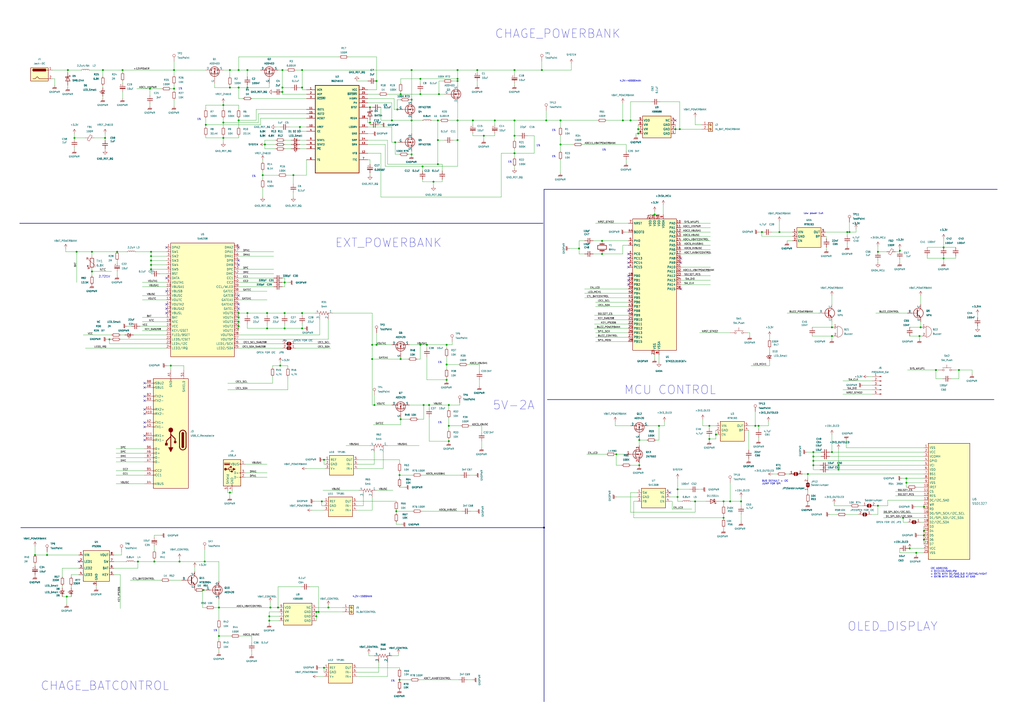
<source format=kicad_sch>
(kicad_sch (version 20230121) (generator eeschema)
  (paper "A2")
  (title_block (title "Power Bank ") (rev "V1.0") (company "LoH Techology") (comment 1 "Designe by LoH Technology"))
  (junction (at 104.14 325.755))
  (junction (at 394.335 74.93))
  (junction (at 370.205 74.93))
  (junction (at 316.865 69.85))
  (junction (at 486.41 269.875))
  (junction (at 370.84 255.27))
  (junction (at 163.83 50.8))
  (junction (at 153.67 83.82))
  (junction (at 173.99 73.66))
  (junction (at 265.43 81.28))
  (junction (at 509.27 293.37))
  (junction (at 133.35 50.8))
  (junction (at 391.795 74.93))
  (junction (at 138.43 189.23))
  (junction (at 227.33 69.85))
  (junction (at 370.84 269.875))
  (junction (at 280.67 78.74))
  (junction (at 138.43 181.61))
  (junction (at 243.84 45.72))
  (junction (at 59.69 40.64))
  (junction (at 156.21 360.045))
  (junction (at 423.545 290.83))
  (junction (at 357.505 263.525))
  (junction (at 556.26 214.63))
  (junction (at 243.84 200.025))
  (junction (at 163.83 53.34))
  (junction (at 419.735 300.355))
  (junction (at 87.63 153.67))
  (junction (at 129.54 60.96))
  (junction (at 525.78 280.035))
  (junction (at 254 95.25))
  (junction (at 492.76 134.62))
  (junction (at 265.43 46.99))
  (junction (at 214.63 71.12))
  (junction (at 232.41 208.28))
  (junction (at 190.5 352.425))
  (junction (at 163.83 40.64))
  (junction (at 187.96 387.35))
  (junction (at 254.635 54.61))
  (junction (at 138.43 69.85))
  (junction (at 231.775 394.335))
  (junction (at 535.94 294.005))
  (junction (at 156.21 357.505))
  (junction (at 118.11 342.265))
  (junction (at 138.43 184.15))
  (junction (at 87.63 156.21))
  (junction (at 531.495 320.675))
  (junction (at 243.84 54.61))
  (junction (at 175.26 181.61))
  (junction (at 162.56 212.09))
  (junction (at 361.315 69.85))
  (junction (at 60.96 80.01))
  (junction (at 86.995 51.435))
  (junction (at 482.6 262.255))
  (junction (at 218.44 46.99))
  (junction (at 215.9 208.28))
  (junction (at 265.43 69.85))
  (junction (at 468.63 274.955))
  (junction (at 471.805 264.795))
  (junction (at 154.94 181.61))
  (junction (at 365.76 69.85))
  (junction (at 525.78 277.495))
  (junction (at 63.5 196.85))
  (junction (at 100.965 40.64))
  (junction (at 143.51 40.64))
  (junction (at 486.41 272.415))
  (junction (at 335.915 144.145))
  (junction (at 245.11 96.52))
  (junction (at 53.34 146.05))
  (junction (at 382.27 247.015))
  (junction (at 349.25 147.32))
  (junction (at 229.235 82.55))
  (junction (at 535.94 313.055))
  (junction (at 259.08 211.455))
  (junction (at 419.735 290.83))
  (junction (at 238.76 89.535))
  (junction (at 100.965 51.435))
  (junction (at 175.26 190.5))
  (junction (at 27.305 321.945))
  (junction (at 215.9 200.025))
  (junction (at 20.32 321.945))
  (junction (at 452.12 134.62))
  (junction (at 482.6 189.865))
  (junction (at 260.35 247.015))
  (junction (at 265.43 40.64))
  (junction (at 251.46 105.41))
  (junction (at 175.26 50.8))
  (junction (at 187.96 266.7))
  (junction (at 183.515 357.505))
  (junction (at 143.51 50.8))
  (junction (at 379.73 124.46))
  (junction (at 67.945 146.05))
  (junction (at 287.02 69.85))
  (junction (at 118.745 325.755))
  (junction (at 133.35 285.75))
  (junction (at 186.69 290.83))
  (junction (at 370.205 77.47))
  (junction (at 127 352.425))
  (junction (at 325.12 83.82))
  (junction (at 127 368.935))
  (junction (at 542.925 214.63))
  (junction (at 265.43 45.72))
  (junction (at 238.76 40.64))
  (junction (at 411.48 247.015))
  (junction (at 298.45 88.9))
  (junction (at 38.735 346.075))
  (junction (at 534.035 189.865))
  (junction (at 509.27 146.05))
  (junction (at 89.535 325.755))
  (junction (at 274.32 69.85))
  (junction (at 298.45 78.74))
  (junction (at 411.48 254.635))
  (junction (at 53.34 157.48))
  (junction (at 349.25 139.7))
  (junction (at 214.63 62.23))
  (junction (at 535.94 310.515))
  (junction (at 43.18 80.01))
  (junction (at 254 69.85))
  (junction (at 99.06 212.09))
  (junction (at 165.1 181.61))
  (junction (at 298.45 69.85))
  (junction (at 238.76 57.785))
  (junction (at 260.35 234.95))
  (junction (at 175.26 40.64))
  (junction (at 238.76 69.85))
  (junction (at 152.4 101.6))
  (junction (at 471.805 262.255))
  (junction (at 393.065 288.29))
  (junction (at 276.86 40.64))
  (junction (at 232.41 54.61))
  (junction (at 129.54 71.12))
  (junction (at 438.15 247.015))
  (junction (at 87.63 151.13))
  (junction (at 161.29 352.425))
  (junction (at 87.63 148.59))
  (junction (at 71.12 40.64))
  (junction (at 143.51 181.61))
  (junction (at 184.785 354.965))
  (junction (at 165.1 190.5))
  (junction (at 260.35 255.905))
  (junction (at 429.895 290.83))
  (junction (at 44.45 146.05))
  (junction (at 491.49 134.62))
  (junction (at 314.325 40.64))
  (junction (at 547.37 143.51))
  (junction (at 259.08 220.345))
  (junction (at 165.1 163.83))
  (junction (at 232.41 243.205))
  (junction (at 87.63 146.05))
  (junction (at 138.43 40.64))
  (junction (at 170.18 101.6))
  (junction (at 247.65 200.025))
  (junction (at 231.775 275.59))
  (junction (at 217.17 234.95))
  (junction (at 415.29 252.095))
  (junction (at 441.96 134.62))
  (junction (at 521.97 145.415))
  (junction (at 133.35 40.64))
  (junction (at 129.54 80.01))
  (junction (at 393.065 283.845))
  (junction (at 119.38 72.39))
  (junction (at 259.08 200.025))
  (junction (at 315.595 306.07))
  (junction (at 471.805 267.335))
  (junction (at 527.685 318.135))
  (junction (at 535.94 307.975))
  (junction (at 229.87 296.545))
  (junction (at 39.37 40.64))
  (junction (at 230.505 63.5))
  (junction (at 440.055 247.015))
  (junction (at 254 81.28))
  (junction (at 533.4 194.945))
  (junction (at 482.6 194.945))
  (junction (at 138.43 50.8))
  (junction (at 245.745 234.95))
  (junction (at 80.01 325.755))
  (junction (at 403.225 290.83))
  (junction (at 156.845 352.425))
  (junction (at 154.94 190.5))
  (junction (at 325.12 69.85))
  (junction (at 248.92 234.95))
  (junction (at 298.45 40.64))
  (junction (at 218.44 200.025))
  (junction (at 183.515 354.965))
  (junction (at 547.37 149.86))
  (junction (at 471.805 269.875))
  (junction (at 138.43 186.69))
  (junction (at 523.875 300.355))
  (no_connect (at 388.62 285.75))
  (no_connect (at 364.49 147.32))
  (no_connect (at 391.795 69.85))
  (no_connect (at 96.52 179.07))
  (no_connect (at 364.49 152.4))
  (no_connect (at 364.49 165.1))
  (no_connect (at 394.97 149.86))
  (no_connect (at 394.97 167.64))
  (no_connect (at 83.82 232.41))
  (no_connect (at 138.43 153.67))
  (no_connect (at 138.43 143.51))
  (no_connect (at 138.43 171.45))
  (no_connect (at 96.52 161.29))
  (no_connect (at 138.43 179.07))
  (no_connect (at 138.43 151.13))
  (no_connect (at 83.82 255.27))
  (no_connect (at 364.49 162.56))
  (no_connect (at 83.82 229.87))
  (no_connect (at 96.52 181.61))
  (no_connect (at 96.52 176.53))
  (no_connect (at 394.97 152.4))
  (no_connect (at 83.82 245.11))
  (no_connect (at 83.82 222.25))
  (no_connect (at 364.49 154.94))
  (no_connect (at 138.43 176.53))
  (no_connect (at 45.72 325.755))
  (no_connect (at 83.82 237.49))
  (no_connect (at 96.52 143.51))
  (no_connect (at 83.82 247.65))
  (no_connect (at 83.82 240.03))
  (no_connect (at 364.49 160.02))
  (no_connect (at 83.82 252.73))
  (no_connect (at 364.49 180.34))
  (no_connect (at 364.49 149.86))
  (no_connect (at 83.82 224.79))
  (no_connect (at 96.52 168.91))
  (wire (pts (xy 382.27 205.74) (xy 382.27 210.185)))
  (wire (pts (xy 530.86 294.005) (xy 535.94 294.005)))
  (wire (pts (xy 173.99 81.28) (xy 177.8 81.28)))
  (wire (pts (xy 419.735 298.45) (xy 419.735 300.355)))
  (wire (pts (xy 256.54 95.25) (xy 254 95.25)))
  (wire (pts (xy 138.43 163.83) (xy 158.75 163.83)))
  (wire (pts (xy 176.53 190.5) (xy 175.26 190.5)))
  (wire (pts (xy 505.46 298.45) (xy 509.27 298.45)))
  (wire (pts (xy 490.855 298.45) (xy 497.84 298.45)))
  (wire (pts (xy 361.315 147.32) (xy 361.315 142.24)))
  (wire (pts (xy 165.1 161.29) (xy 165.1 163.83)))
  (wire (pts (xy 175.26 187.96) (xy 175.26 190.5)))
  (wire (pts (xy 218.44 33.02) (xy 218.44 46.99)))
  (wire (pts (xy 534.035 302.895) (xy 535.94 302.895)))
  (wire (pts (xy 20.32 316.865) (xy 20.32 321.945)))
  (wire (pts (xy 238.76 40.64) (xy 238.76 57.785)))
  (wire (pts (xy 357.505 263.525) (xy 363.22 263.525)))
  (wire (pts (xy 245.745 243.205) (xy 245.745 234.95)))
  (wire (pts (xy 314.325 40.64) (xy 331.47 40.64)))
  (wire (pts (xy 207.01 290.83) (xy 229.87 290.83)))
  (wire (pts (xy 229.87 296.545) (xy 239.395 296.545)))
  (wire (pts (xy 535.94 290.195) (xy 514.985 290.195)))
  (wire (pts (xy 265.43 40.64) (xy 276.86 40.64)))
  (wire (pts (xy 129.54 80.01) (xy 138.43 80.01)))
  (wire (pts (xy 365.76 59.055) (xy 365.76 69.85)))
  (wire (pts (xy 412.115 129.54) (xy 394.97 129.54)))
  (wire (pts (xy 523.875 300.355) (xy 535.94 300.355)))
  (wire (pts (xy 298.45 96.52) (xy 298.45 97.79)))
  (wire (pts (xy 265.43 45.72) (xy 265.43 40.64)))
  (wire (pts (xy 259.08 200.025) (xy 262.255 200.025)))
  (wire (pts (xy 138.43 186.69) (xy 138.43 189.23)))
  (wire (pts (xy 129.54 71.12) (xy 149.86 71.12)))
  (wire (pts (xy 393.065 290.83) (xy 395.605 290.83)))
  (wire (pts (xy 173.99 83.82) (xy 177.8 83.82)))
  (wire (pts (xy 182.245 290.83) (xy 186.69 290.83)))
  (wire (pts (xy 243.205 394.335) (xy 266.065 394.335)))
  (wire (pts (xy 525.78 280.035) (xy 525.78 282.575)))
  (wire (pts (xy 265.43 81.28) (xy 265.43 69.85)))
  (wire (pts (xy 152.4 101.6) (xy 161.29 101.6)))
  (wire (pts (xy 67.31 262.89) (xy 83.82 262.89)))
  (wire (pts (xy 138.43 146.05) (xy 158.75 146.05)))
  (wire (pts (xy 525.78 277.495) (xy 525.78 280.035)))
  (wire (pts (xy 259.08 211.455) (xy 259.08 213.995)))
  (wire (pts (xy 100.965 48.895) (xy 100.965 51.435)))
  (wire (pts (xy 129.54 60.96) (xy 138.43 60.96)))
  (wire (pts (xy 365.76 285.75) (xy 369.57 285.75)))
  (wire (pts (xy 106.68 212.09) (xy 99.06 212.09)))
  (wire (pts (xy 59.69 49.53) (xy 59.69 50.8)))
  (wire (pts (xy 526.415 214.63) (xy 542.925 214.63)))
  (wire (pts (xy 232.41 48.26) (xy 232.41 45.72)))
  (wire (pts (xy 369.57 288.29) (xy 357.505 288.29)))
  (wire (pts (xy 67.945 146.05) (xy 73.66 146.05)))
  (wire (pts (xy 482.6 262.255) (xy 535.94 262.255)))
  (wire (pts (xy 129.54 82.55) (xy 129.54 80.01)))
  (wire (pts (xy 471.805 262.255) (xy 476.25 262.255)))
  (wire (pts (xy 247.65 207.01) (xy 247.65 220.345)))
  (wire (pts (xy 274.32 72.39) (xy 274.32 69.85)))
  (wire (pts (xy 290.83 88.9) (xy 298.45 88.9)))
  (wire (pts (xy 100.965 51.435) (xy 100.965 52.705)))
  (wire (pts (xy 217.17 234.95) (xy 215.9 234.95)))
  (wire (pts (xy 100.965 35.56) (xy 100.965 40.64)))
  (wire (pts (xy 89.535 325.755) (xy 104.14 325.755)))
  (wire (pts (xy 163.83 40.64) (xy 166.37 40.64)))
  (wire (pts (xy 391.795 74.93) (xy 394.335 74.93)))
  (wire (pts (xy 207.645 266.7) (xy 231.775 266.7)))
  (wire (pts (xy 129.54 78.74) (xy 129.54 80.01)))
  (wire (pts (xy 232.41 54.61) (xy 243.84 54.61)))
  (wire (pts (xy 356.87 247.015) (xy 365.76 247.015)))
  (wire (pts (xy 214.63 71.12) (xy 214.63 72.39)))
  (wire (pts (xy 419.735 290.83) (xy 419.735 293.37)))
  (wire (pts (xy 537.845 148.59) (xy 537.845 149.86)))
  (wire (pts (xy 370.205 72.39) (xy 370.205 74.93)))
  (wire (pts (xy 237.49 57.785) (xy 238.76 57.785)))
  (wire (pts (xy 231.14 379.095) (xy 231.14 380.365)))
  (wire (pts (xy 407.035 72.39) (xy 403.225 72.39)))
  (wire (pts (xy 213.36 71.12) (xy 214.63 71.12)))
  (wire (pts (xy 468.63 274.955) (xy 535.94 274.955)))
  (wire (pts (xy 468.63 285.115) (xy 468.63 286.385)))
  (wire (pts (xy 138.43 196.85) (xy 190.5 196.85)))
  (wire (pts (xy 200.66 258.445) (xy 214.63 258.445)))
  (wire (pts (xy 257.175 46.99) (xy 254.635 46.99)))
  (wire (pts (xy 229.87 295.91) (xy 229.87 296.545)))
  (wire (pts (xy 163.83 50.8) (xy 163.83 40.64)))
  (wire (pts (xy 127 337.185) (xy 127 325.755)))
  (wire (pts (xy 250.19 69.85) (xy 254 69.85)))
  (wire (pts (xy 133.35 285.75) (xy 134.62 285.75)))
  (wire (pts (xy 394.335 74.93) (xy 407.035 74.93)))
  (wire (pts (xy 213.36 81.28) (xy 224.79 81.28)))
  (wire (pts (xy 183.515 352.425) (xy 190.5 352.425)))
  (wire (pts (xy 486.41 272.415) (xy 535.94 272.415)))
  (wire (pts (xy 93.345 310.515) (xy 89.535 310.515)))
  (wire (pts (xy 523.24 277.495) (xy 525.78 277.495)))
  (wire (pts (xy 156.845 352.425) (xy 161.29 352.425)))
  (wire (pts (xy 411.48 247.015) (xy 415.29 247.015)))
  (wire (pts (xy 370.84 269.875) (xy 370.84 270.51)))
  (wire (pts (xy 231.775 89.535) (xy 229.235 89.535)))
  (wire (pts (xy 119.38 63.5) (xy 119.38 60.96)))
  (wire (pts (xy 448.31 274.955) (xy 450.85 274.955)))
  (wire (pts (xy 187.96 387.35) (xy 187.96 389.89)))
  (wire (pts (xy 151.13 72.39) (xy 151.13 68.58)))
  (wire (pts (xy 340.36 263.525) (xy 351.79 263.525)))
  (wire (pts (xy 345.44 198.12) (xy 364.49 198.12)))
  (wire (pts (xy 238.76 89.535) (xy 238.76 90.17)))
  (wire (pts (xy 509.27 298.45) (xy 509.27 293.37)))
  (wire (pts (xy 87.63 146.05) (xy 96.52 146.05)))
  (wire (pts (xy 231.775 282.575) (xy 234.95 282.575)))
  (wire (pts (xy 468.63 274.955) (xy 468.63 277.495)))
  (wire (pts (xy 187.96 266.7) (xy 188.595 266.7)))
  (wire (pts (xy 154.94 181.61) (xy 154.94 182.88)))
  (wire (pts (xy 280.67 78.74) (xy 287.02 78.74)))
  (wire (pts (xy 96.52 212.09) (xy 99.06 212.09)))
  (wire (pts (xy 232.41 243.205) (xy 237.49 243.205)))
  (wire (pts (xy 143.51 181.61) (xy 143.51 182.88)))
  (wire (pts (xy 259.08 211.455) (xy 266.065 211.455)))
  (wire (pts (xy 488.95 228.6) (xy 506.095 228.6)))
  (wire (pts (xy 129.54 68.58) (xy 129.54 71.12)))
  (wire (pts (xy 148.59 63.5) (xy 177.8 63.5)))
  (wire (pts (xy 393.065 283.845) (xy 393.065 277.495)))
  (wire (pts (xy 287.02 78.74) (xy 287.02 77.47)))
  (wire (pts (xy 345.44 175.26) (xy 364.49 175.26)))
  (wire (pts (xy 411.48 255.905) (xy 411.48 254.635)))
  (wire (pts (xy 245.11 69.85) (xy 238.76 69.85)))
  (wire (pts (xy 232.41 243.205) (xy 232.41 246.38)))
  (wire (pts (xy 279.4 255.905) (xy 279.4 259.715)))
  (wire (pts (xy 441.96 137.16) (xy 441.96 134.62)))
  (wire (pts (xy 154.94 181.61) (xy 165.1 181.61)))
  (wire (pts (xy 389.89 295.275) (xy 401.32 295.275)))
  (wire (pts (xy 344.17 147.32) (xy 349.25 147.32)))
  (bus (pts (xy 315.595 306.07) (xy 315.595 407.035)))
  (wire (pts (xy 247.65 200.025) (xy 259.08 200.025)))
  (wire (pts (xy 87.63 148.59) (xy 87.63 146.05)))
  (wire (pts (xy 188.595 269.24) (xy 187.96 269.24)))
  (wire (pts (xy 531.495 320.675) (xy 531.495 321.945)))
  (wire (pts (xy 391.795 72.39) (xy 391.795 74.93)))
  (wire (pts (xy 365.76 297.18) (xy 365.76 285.75)))
  (wire (pts (xy 435.61 212.09) (xy 446.405 212.09)))
  (wire (pts (xy 38.735 346.075) (xy 41.275 346.075)))
  (wire (pts (xy 132.08 285.75) (xy 133.35 285.75)))
  (wire (pts (xy 177.8 54.61) (xy 163.83 54.61)))
  (wire (pts (xy 167.005 212.09) (xy 167.005 213.36)))
  (wire (pts (xy 471.805 269.875) (xy 471.805 267.335)))
  (wire (pts (xy 67.31 267.97) (xy 83.82 267.97)))
  (wire (pts (xy 512.445 300.355) (xy 523.875 300.355)))
  (wire (pts (xy 482.6 194.945) (xy 483.235 194.945)))
  (wire (pts (xy 59.69 55.88) (xy 59.69 57.15)))
  (wire (pts (xy 43.18 85.725) (xy 43.18 86.995)))
  (wire (pts (xy 429.895 290.83) (xy 429.895 293.37)))
  (wire (pts (xy 459.74 137.16) (xy 441.96 137.16)))
  (wire (pts (xy 471.805 264.795) (xy 476.25 264.795)))
  (wire (pts (xy 243.84 200.025) (xy 247.65 200.025)))
  (wire (pts (xy 170.18 101.6) (xy 177.8 101.6)))
  (wire (pts (xy 187.325 284.48) (xy 208.28 284.48)))
  (wire (pts (xy 519.43 287.655) (xy 535.94 287.655)))
  (wire (pts (xy 67.31 280.67) (xy 83.82 280.67)))
  (wire (pts (xy 456.565 139.7) (xy 456.565 140.335)))
  (wire (pts (xy 67.31 273.05) (xy 83.82 273.05)))
  (wire (pts (xy 127 347.345) (xy 127 352.425)))
  (wire (pts (xy 345.44 177.8) (xy 364.49 177.8)))
  (wire (pts (xy 161.29 340.36) (xy 161.29 352.425)))
  (wire (pts (xy 365.76 269.875) (xy 370.84 269.875)))
  (wire (pts (xy 165.1 86.36) (xy 168.91 86.36)))
  (wire (pts (xy 27.305 321.945) (xy 45.72 321.945)))
  (wire (pts (xy 546.735 219.71) (xy 542.925 219.71)))
  (wire (pts (xy 215.9 208.28) (xy 232.41 208.28)))
  (wire (pts (xy 106.68 214.63) (xy 106.68 212.09)))
  (wire (pts (xy 119.38 352.425) (xy 117.475 352.425)))
  (wire (pts (xy 254.635 46.99) (xy 254.635 54.61)))
  (wire (pts (xy 152.4 101.6) (xy 152.4 104.14)))
  (wire (pts (xy 227.33 69.85) (xy 238.76 69.85)))
  (wire (pts (xy 276.86 46.99) (xy 276.86 49.53)))
  (wire (pts (xy 265.43 59.69) (xy 265.43 69.85)))
  (wire (pts (xy 455.93 274.955) (xy 457.835 274.955)))
  (wire (pts (xy 349.25 147.32) (xy 361.315 147.32)))
  (wire (pts (xy 260.35 242.57) (xy 260.35 247.015)))
  (wire (pts (xy 238.76 87.63) (xy 238.76 89.535)))
  (wire (pts (xy 129.54 40.64) (xy 133.35 40.64)))
  (wire (pts (xy 87.63 158.75) (xy 87.63 156.21)))
  (wire (pts (xy 138.43 173.99) (xy 154.94 173.99)))
  (wire (pts (xy 527.685 318.135) (xy 535.94 318.135)))
  (wire (pts (xy 481.33 298.45) (xy 485.775 298.45)))
  (wire (pts (xy 247.65 200.025) (xy 247.65 201.93)))
  (wire (pts (xy 509.27 151.13) (xy 509.27 152.4)))
  (wire (pts (xy 251.46 105.41) (xy 256.54 105.41)))
  (wire (pts (xy 415.29 254.635) (xy 411.48 254.635)))
  (wire (pts (xy 86.995 51.435) (xy 86.995 55.245)))
  (wire (pts (xy 361.315 59.69) (xy 361.315 69.85)))
  (wire (pts (xy 535.94 320.675) (xy 531.495 320.675)))
  (wire (pts (xy 531.495 320.675) (xy 521.97 320.675)))
  (wire (pts (xy 407.67 243.205) (xy 407.67 247.015)))
  (wire (pts (xy 394.97 154.94) (xy 412.115 154.94)))
  (wire (pts (xy 127 364.49) (xy 127 368.935)))
  (wire (pts (xy 356.87 244.475) (xy 356.87 247.015)))
  (wire (pts (xy 53.34 157.48) (xy 53.34 160.02)))
  (wire (pts (xy 67.31 260.35) (xy 83.82 260.35)))
  (wire (pts (xy 87.63 156.21) (xy 87.63 153.67)))
  (wire (pts (xy 344.17 139.7) (xy 349.25 139.7)))
  (wire (pts (xy 218.44 200.025) (xy 227.33 200.025)))
  (wire (pts (xy 220.98 62.23) (xy 220.98 69.85)))
  (wire (pts (xy 243.84 54.61) (xy 254.635 54.61)))
  (wire (pts (xy 298.45 88.9) (xy 298.45 91.44)))
  (wire (pts (xy 534.67 189.865) (xy 534.035 189.865)))
  (wire (pts (xy 213.36 73.66) (xy 227.33 73.66)))
  (wire (pts (xy 187.96 293.37) (xy 186.69 293.37)))
  (wire (pts (xy 525.78 282.575) (xy 526.415 282.575)))
  (wire (pts (xy 118.745 318.77) (xy 118.745 325.755)))
  (wire (pts (xy 87.63 153.67) (xy 87.63 151.13)))
  (wire (pts (xy 127 376.555) (xy 127 378.46)))
  (wire (pts (xy 260.35 254.635) (xy 260.35 255.905)))
  (wire (pts (xy 370.84 254.635) (xy 370.84 255.27)))
  (wire (pts (xy 104.14 325.755) (xy 118.745 325.755)))
  (wire (pts (xy 44.45 146.05) (xy 53.34 146.05)))
  (wire (pts (xy 532.765 310.515) (xy 535.94 310.515)))
  (wire (pts (xy 357.505 269.875) (xy 357.505 263.525)))
  (wire (pts (xy 27.305 320.04) (xy 27.305 321.945)))
  (wire (pts (xy 434.34 266.065) (xy 434.34 266.7)))
  (wire (pts (xy 214.63 69.85) (xy 214.63 71.12)))
  (wire (pts (xy 96.52 199.39) (xy 63.5 199.39)))
  (wire (pts (xy 237.49 200.025) (xy 243.84 200.025)))
  (wire (pts (xy 243.84 48.26) (xy 243.84 45.72)))
  (wire (pts (xy 394.97 160.02) (xy 412.115 160.02)))
  (wire (pts (xy 490.855 259.715) (xy 535.94 259.715)))
  (wire (pts (xy 44.45 146.05) (xy 44.45 163.83)))
  (wire (pts (xy 260.35 247.015) (xy 267.335 247.015)))
  (wire (pts (xy 138.43 181.61) (xy 143.51 181.61)))
  (wire (pts (xy 223.52 83.82) (xy 223.52 96.52)))
  (wire (pts (xy 479.425 137.16) (xy 479.425 138.43)))
  (wire (pts (xy 127 368.935) (xy 127 371.475)))
  (wire (pts (xy 133.35 285.75) (xy 133.35 288.29)))
  (wire (pts (xy 556.26 219.71) (xy 556.26 214.63)))
  (wire (pts (xy 452.12 134.62) (xy 452.12 128.27)))
  (wire (pts (xy 152.4 92.71) (xy 152.4 93.98)))
  (wire (pts (xy 567.055 189.23) (xy 567.055 189.865)))
  (wire (pts (xy 217.17 229.235) (xy 217.17 234.95)))
  (wire (pts (xy 153.67 81.28) (xy 153.67 83.82)))
  (wire (pts (xy 411.48 254.635) (xy 411.48 253.365)))
  (wire (pts (xy 119.38 60.96) (xy 129.54 60.96)))
  (wire (pts (xy 482.6 171.45) (xy 482.6 176.53)))
  (wire (pts (xy 325.12 92.71) (xy 325.12 100.33)))
  (wire (pts (xy 165.1 83.82) (xy 168.91 83.82)))
  (wire (pts (xy 129.54 59.69) (xy 129.54 60.96)))
  (wire (pts (xy 232.41 207.645) (xy 232.41 208.28)))
  (wire (pts (xy 218.44 193.04) (xy 218.44 200.025)))
  (wire (pts (xy 531.495 282.575) (xy 535.94 282.575)))
  (wire (pts (xy 49.53 201.93) (xy 96.52 201.93)))
  (wire (pts (xy 429.895 298.45) (xy 429.895 302.895)))
  (wire (pts (xy 166.37 101.6) (xy 170.18 101.6)))
  (wire (pts (xy 213.995 379.095) (xy 213.995 380.365)))
  (wire (pts (xy 99.06 51.435) (xy 100.965 51.435)))
  (wire (pts (xy 69.85 333.375) (xy 69.85 353.06)))
  (wire (pts (xy 260.35 234.95) (xy 266.7 234.95)))
  (wire (pts (xy 138.43 57.15) (xy 138.43 50.8)))
  (wire (pts (xy 82.55 163.83) (xy 96.52 163.83)))
  (wire (pts (xy 298.45 69.85) (xy 298.45 78.74)))
  (wire (pts (xy 325.12 69.85) (xy 346.71 69.85)))
  (wire (pts (xy 82.55 173.99) (xy 96.52 173.99)))
  (wire (pts (xy 173.99 76.2) (xy 173.99 73.66)))
  (wire (pts (xy 254 81.28) (xy 254 69.85)))
  (wire (pts (xy 173.99 86.36) (xy 177.8 86.36)))
  (wire (pts (xy 119.38 72.39) (xy 119.38 73.66)))
  (wire (pts (xy 483.235 189.865) (xy 482.6 189.865)))
  (wire (pts (xy 127 352.425) (xy 127 359.41)))
  (wire (pts (xy 388.62 290.83) (xy 389.89 290.83)))
  (wire (pts (xy 265.43 69.85) (xy 274.32 69.85)))
  (wire (pts (xy 394.97 134.62) (xy 412.115 134.62)))
  (wire (pts (xy 534.035 186.69) (xy 534.035 189.865)))
  (wire (pts (xy 394.97 162.56) (xy 412.115 162.56)))
  (wire (pts (xy 276.86 40.64) (xy 276.86 41.91)))
  (wire (pts (xy 184.785 354.965) (xy 198.755 354.965)))
  (wire (pts (xy 243.84 208.28) (xy 243.84 200.025)))
  (wire (pts (xy 245.11 105.41) (xy 251.46 105.41)))
  (wire (pts (xy 403.225 290.83) (xy 409.575 290.83)))
  (wire (pts (xy 210.82 293.37) (xy 207.01 293.37)))
  (wire (pts (xy 86.995 51.435) (xy 93.98 51.435)))
  (wire (pts (xy 218.44 284.48) (xy 227.965 284.48)))
  (wire (pts (xy 104.14 323.85) (xy 104.14 325.755)))
  (wire (pts (xy 490.855 259.715) (xy 490.855 255.27)))
  (wire (pts (xy 526.415 302.895) (xy 523.875 302.895)))
  (wire (pts (xy 254 69.85) (xy 255.27 69.85)))
  (wire (pts (xy 447.675 134.62) (xy 452.12 134.62)))
  (wire (pts (xy 400.685 290.83) (xy 403.225 290.83)))
  (wire (pts (xy 156.21 360.045) (xy 156.21 361.95)))
  (wire (pts (xy 367.665 290.83) (xy 369.57 290.83)))
  (wire (pts (xy 87.63 148.59) (xy 96.52 148.59)))
  (wire (pts (xy 80.01 325.755) (xy 89.535 325.755)))
  (wire (pts (xy 274.32 69.85) (xy 287.02 69.85)))
  (wire (pts (xy 213.36 59.69) (xy 227.33 59.69)))
  (wire (pts (xy 174.625 340.36) (xy 161.29 340.36)))
  (wire (pts (xy 423.545 280.035) (xy 423.545 290.83)))
  (wire (pts (xy 256.54 99.06) (xy 256.54 95.25)))
  (wire (pts (xy 190.5 352.425) (xy 198.755 352.425)))
  (wire (pts (xy 71.12 40.64) (xy 71.12 41.91)))
  (wire (pts (xy 384.81 118.745) (xy 384.81 124.46)))
  (wire (pts (xy 82.55 166.37) (xy 96.52 166.37)))
  (wire (pts (xy 213.36 54.61) (xy 219.71 54.61)))
  (bus (pts (xy 315.595 109.855) (xy 578.485 109.855)))
  (wire (pts (xy 100.965 40.64) (xy 119.38 40.64)))
  (wire (pts (xy 180.975 295.91) (xy 187.96 295.91)))
  (wire (pts (xy 231.775 393.065) (xy 231.775 394.335)))
  (wire (pts (xy 248.92 234.95) (xy 260.35 234.95)))
  (wire (pts (xy 49.53 80.01) (xy 43.18 80.01)))
  (wire (pts (xy 119.38 342.265) (xy 118.11 342.265)))
  (wire (pts (xy 162.56 212.09) (xy 167.005 212.09)))
  (wire (pts (xy 419.735 290.83) (xy 423.545 290.83)))
  (wire (pts (xy 415.29 249.555) (xy 415.29 252.095)))
  (wire (pts (xy 316.865 64.135) (xy 316.865 69.85)))
  (wire (pts (xy 370.84 255.27) (xy 370.84 258.445)))
  (wire (pts (xy 533.4 194.945) (xy 534.67 194.945)))
  (wire (pts (xy 71.12 53.34) (xy 71.12 57.15)))
  (wire (pts (xy 412.115 137.16) (xy 394.97 137.16)))
  (wire (pts (xy 213.36 57.15) (xy 228.6 57.15)))
  (wire (pts (xy 223.52 96.52) (xy 245.11 96.52)))
  (wire (pts (xy 535.94 305.435) (xy 535.94 307.975)))
  (wire (pts (xy 53.34 146.05) (xy 53.34 148.59)))
  (wire (pts (xy 187.325 266.7) (xy 187.96 266.7)))
  (wire (pts (xy 81.28 189.23) (xy 96.52 189.23)))
  (wire (pts (xy 228.6 57.15) (xy 228.6 63.5)))
  (wire (pts (xy 278.13 211.455) (xy 278.13 215.265)))
  (wire (pts (xy 20.32 333.375) (xy 20.32 334.01)))
  (wire (pts (xy 224.79 258.445) (xy 243.205 258.445)))
  (wire (pts (xy 154.94 190.5) (xy 154.94 187.96)))
  (wire (pts (xy 519.43 285.115) (xy 535.94 285.115)))
  (wire (pts (xy 217.17 262.255) (xy 217.17 269.24)))
  (wire (pts (xy 38.735 346.075) (xy 38.735 350.52)))
  (wire (pts (xy 78.74 146.05) (xy 87.63 146.05)))
  (wire (pts (xy 62.23 196.85) (xy 63.5 196.85)))
  (wire (pts (xy 218.44 52.07) (xy 213.36 52.07)))
  (wire (pts (xy 265.43 49.53) (xy 265.43 46.99)))
  (wire (pts (xy 60.96 81.28) (xy 60.96 80.01)))
  (wire (pts (xy 298.45 78.74) (xy 298.45 81.28)))
  (wire (pts (xy 241.935 208.28) (xy 243.84 208.28)))
  (wire (pts (xy 498.475 293.37) (xy 500.38 293.37)))
  (wire (pts (xy 89.535 319.405) (xy 89.535 316.865)))
  (wire (pts (xy 87.63 151.13) (xy 96.52 151.13)))
  (wire (pts (xy 231.775 275.59) (xy 239.395 275.59)))
  (wire (pts (xy 440.055 247.015) (xy 440.055 248.92)))
  (wire (pts (xy 445.77 244.475) (xy 445.77 247.015)))
  (wire (pts (xy 161.29 352.425) (xy 161.925 352.425)))
  (wire (pts (xy 175.26 181.61) (xy 175.26 182.88)))
  (wire (pts (xy 370.205 74.93) (xy 370.205 77.47)))
  (wire (pts (xy 521.97 320.675) (xy 521.97 318.135)))
  (wire (pts (xy 168.91 50.8) (xy 163.83 50.8)))
  (wire (pts (xy 335.915 144.145) (xy 335.915 147.32)))
  (wire (pts (xy 30.48 40.64) (xy 39.37 40.64)))
  (wire (pts (xy 158.115 212.09) (xy 162.56 212.09)))
  (wire (pts (xy 259.08 201.93) (xy 259.08 200.025)))
  (wire (pts (xy 344.805 185.42) (xy 364.49 185.42)))
  (wire (pts (xy 119.38 80.01) (xy 129.54 80.01)))
  (wire (pts (xy 266.7 233.68) (xy 266.7 234.95)))
  (wire (pts (xy 232.41 45.72) (xy 243.84 45.72)))
  (wire (pts (xy 171.45 199.39) (xy 191.77 199.39)))
  (wire (pts (xy 38.1 144.145) (xy 38.1 146.05)))
  (wire (pts (xy 385.445 244.475) (xy 385.445 247.015)))
  (wire (pts (xy 298.45 69.85) (xy 316.865 69.85)))
  (wire (pts (xy 70.485 321.945) (xy 70.485 320.04)))
  (wire (pts (xy 479.425 143.51) (xy 479.425 144.78)))
  (wire (pts (xy 236.855 89.535) (xy 238.76 89.535)))
  (wire (pts (xy 154.94 274.32) (xy 142.24 274.32)))
  (wire (pts (xy 262.255 198.12) (xy 262.255 200.025)))
  (wire (pts (xy 245.11 104.14) (xy 245.11 105.41)))
  (wire (pts (xy 309.88 78.74) (xy 309.88 88.9)))
  (wire (pts (xy 215.9 181.61) (xy 215.9 200.025)))
  (wire (pts (xy 394.97 165.1) (xy 412.115 165.1)))
  (wire (pts (xy 213.36 62.23) (xy 214.63 62.23)))
  (wire (pts (xy 452.12 134.62) (xy 459.74 134.62)))
  (wire (pts (xy 446.405 194.945) (xy 446.405 196.85)))
  (wire (pts (xy 521.97 145.415) (xy 521.97 146.05)))
  (wire (pts (xy 482.6 186.69) (xy 482.6 189.865)))
  (wire (pts (xy 158.115 213.36) (xy 158.115 212.09)))
  (wire (pts (xy 139.065 368.935) (xy 146.05 368.935)))
  (wire (pts (xy 149.86 71.12) (xy 149.86 66.04)))
  (wire (pts (xy 554.355 143.51) (xy 547.37 143.51)))
  (wire (pts (xy 429.895 288.29) (xy 429.895 290.83)))
  (wire (pts (xy 254.635 54.61) (xy 257.81 54.61)))
  (wire (pts (xy 389.89 290.83) (xy 389.89 295.275)))
  (wire (pts (xy 231.775 387.35) (xy 231.775 387.985)))
  (wire (pts (xy 185.42 387.35) (xy 187.96 387.35)))
  (wire (pts (xy 236.855 208.28) (xy 232.41 208.28)))
  (wire (pts (xy 41.275 333.375) (xy 45.72 333.375)))
  (wire (pts (xy 382.27 255.27) (xy 382.27 247.015)))
  (wire (pts (xy 280.67 78.74) (xy 280.67 81.28)))
  (wire (pts (xy 39.37 49.53) (xy 39.37 50.8)))
  (wire (pts (xy 339.09 170.18) (xy 364.49 170.18)))
  (wire (pts (xy 486.41 260.35) (xy 486.41 269.875)))
  (wire (pts (xy 98.425 336.55) (xy 105.41 336.55)))
  (wire (pts (xy 227.33 59.69) (xy 227.33 69.85)))
  (wire (pts (xy 349.25 139.7) (xy 364.49 139.7)))
  (wire (pts (xy 165.1 163.83) (xy 165.1 166.37)))
  (wire (pts (xy 133.35 50.8) (xy 138.43 50.8)))
  (wire (pts (xy 151.13 68.58) (xy 177.8 68.58)))
  (wire (pts (xy 20.32 327.025) (xy 20.32 328.295)))
  (wire (pts (xy 67.31 275.59) (xy 83.82 275.59)))
  (wire (pts (xy 339.09 172.72) (xy 364.49 172.72)))
  (wire (pts (xy 63.5 199.39) (xy 63.5 196.85)))
  (wire (pts (xy 287.02 69.85) (xy 298.45 69.85)))
  (wire (pts (xy 535.94 294.005) (xy 535.94 295.275)))
  (wire (pts (xy 132.08 222.25) (xy 158.115 222.25)))
  (wire (pts (xy 215.9 62.23) (xy 214.63 62.23)))
  (wire (pts (xy 534.035 171.45) (xy 534.035 176.53)))
  (wire (pts (xy 278.13 220.345) (xy 278.13 224.155)))
  (wire (pts (xy 412.115 157.48) (xy 394.97 157.48)))
  (wire (pts (xy 514.985 290.195) (xy 514.985 293.37)))
  (wire (pts (xy 227.33 73.66) (xy 227.33 82.55)))
  (wire (pts (xy 394.97 132.08) (xy 412.115 132.08)))
  (wire (pts (xy 244.475 275.59) (xy 267.335 275.59)))
  (wire (pts (xy 245.11 96.52) (xy 265.43 96.52)))
  (wire (pts (xy 248.92 234.95) (xy 248.92 236.855)))
  (wire (pts (xy 186.69 290.83) (xy 187.96 290.83)))
  (wire (pts (xy 375.92 247.015) (xy 382.27 247.015)))
  (wire (pts (xy 183.515 357.505) (xy 183.515 360.045)))
  (wire (pts (xy 220.98 69.85) (xy 227.33 69.85)))
  (wire (pts (xy 161.925 354.965) (xy 156.21 354.965)))
  (wire (pts (xy 227.33 82.55) (xy 229.235 82.55)))
  (wire (pts (xy 419.735 306.07) (xy 419.735 307.34)))
  (wire (pts (xy 156.21 50.8) (xy 143.51 50.8)))
  (wire (pts (xy 393.065 283.845) (xy 400.05 283.845)))
  (wire (pts (xy 187.96 269.24) (xy 187.96 266.7)))
  (wire (pts (xy 440.055 254) (xy 440.055 255.27)))
  (wire (pts (xy 207.01 46.99) (xy 213.36 46.99)))
  (wire (pts (xy 52.07 40.64) (xy 59.69 40.64)))
  (wire (pts (xy 394.97 147.32) (xy 412.115 147.32)))
  (wire (pts (xy 290.83 114.3) (xy 290.83 88.9)))
  (wire (pts (xy 152.4 109.22) (xy 152.4 114.3)))
  (wire (pts (xy 165.1 181.61) (xy 165.1 182.88)))
  (wire (pts (xy 551.815 219.71) (xy 556.26 219.71)))
  (wire (pts (xy 363.22 92.71) (xy 363.22 94.615)))
  (wire (pts (xy 535.94 280.035) (xy 525.78 280.035)))
  (wire (pts (xy 411.48 247.015) (xy 411.48 248.285)))
  (wire (pts (xy 134.62 285.75) (xy 134.62 284.48)))
  (wire (pts (xy 356.87 263.525) (xy 357.505 263.525)))
  (wire (pts (xy 165.1 166.37) (xy 163.83 166.37)))
  (wire (pts (xy 316.865 69.85) (xy 325.12 69.85)))
  (wire (pts (xy 53.34 157.48) (xy 64.77 157.48)))
  (wire (pts (xy 446.405 201.93) (xy 446.405 204.47)))
  (wire (pts (xy 243.84 45.72) (xy 265.43 45.72)))
  (wire (pts (xy 393.065 288.29) (xy 393.065 283.845)))
  (wire (pts (xy 82.55 191.77) (xy 96.52 191.77)))
  (wire (pts (xy 132.08 284.48) (xy 132.08 285.75)))
  (wire (pts (xy 367.665 300.355) (xy 367.665 290.83)))
  (wire (pts (xy 60.96 86.36) (xy 60.96 86.995)))
  (wire (pts (xy 514.985 293.37) (xy 509.27 293.37)))
  (wire (pts (xy 481.33 264.795) (xy 535.94 264.795)))
  (wire (pts (xy 41.275 339.725) (xy 41.275 340.995)))
  (wire (pts (xy 165.1 163.83) (xy 167.64 163.83)))
  (wire (pts (xy 146.05 57.15) (xy 177.8 57.15)))
  (wire (pts (xy 138.43 194.31) (xy 185.42 194.31)))
  (wire (pts (xy 231.775 275.59) (xy 231.775 277.495)))
  (wire (pts (xy 419.735 300.355) (xy 367.665 300.355)))
  (wire (pts (xy 177.8 271.78) (xy 188.595 271.78)))
  (wire (pts (xy 271.145 394.335) (xy 274.32 394.335)))
  (wire (pts (xy 31.75 45.72) (xy 31.75 49.53)))
  (wire (pts (xy 514.35 146.05) (xy 509.27 146.05)))
  (wire (pts (xy 388.62 288.29) (xy 393.065 288.29)))
  (bus (pts (xy 315.595 109.855) (xy 315.595 306.07)))
  (wire (pts (xy 228.6 63.5) (xy 230.505 63.5)))
  (wire (pts (xy 156.21 354.965) (xy 156.21 357.505)))
  (wire (pts (xy 337.82 83.82) (xy 363.22 83.82)))
  (wire (pts (xy 238.76 69.85) (xy 238.76 77.47)))
  (wire (pts (xy 368.935 78.74) (xy 368.935 77.47)))
  (wire (pts (xy 523.875 302.895) (xy 523.875 300.355)))
  (wire (pts (xy 509.27 293.37) (xy 508 293.37)))
  (wire (pts (xy 165.1 187.96) (xy 165.1 190.5)))
  (wire (pts (xy 248.92 241.935) (xy 248.92 255.905)))
  (wire (pts (xy 119.38 72.39) (xy 151.13 72.39)))
  (wire (pts (xy 274.32 77.47) (xy 274.32 78.74)))
  (wire (pts (xy 66.04 329.565) (xy 80.01 329.565)))
  (wire (pts (xy 138.43 181.61) (xy 138.43 184.15)))
  (wire (pts (xy 377.825 59.055) (xy 365.76 59.055)))
  (wire (pts (xy 298.45 78.74) (xy 300.99 78.74)))
  (wire (pts (xy 216.535 246.38) (xy 232.41 246.38)))
  (wire (pts (xy 393.065 290.83) (xy 393.065 288.29)))
  (wire (pts (xy 382.905 59.055) (xy 394.335 59.055)))
  (wire (pts (xy 69.85 196.85) (xy 96.52 196.85)))
  (wire (pts (xy 71.12 46.99) (xy 71.12 48.26)))
  (wire (pts (xy 512.445 297.815) (xy 535.94 297.815)))
  (wire (pts (xy 48.26 194.31) (xy 64.77 194.31)))
  (wire (pts (xy 229.235 82.55) (xy 231.14 82.55)))
  (wire (pts (xy 170.18 111.76) (xy 170.18 114.3)))
  (wire (pts (xy 133.35 40.64) (xy 138.43 40.64)))
  (wire (pts (xy 475.615 269.875) (xy 471.805 269.875)))
  (wire (pts (xy 434.34 247.015) (xy 438.15 247.015)))
  (wire (pts (xy 213.36 88.9) (xy 220.98 88.9)))
  (wire (pts (xy 87.63 151.13) (xy 87.63 148.59)))
  (wire (pts (xy 245.11 99.06) (xy 245.11 96.52)))
  (wire (pts (xy 365.76 69.85) (xy 370.205 69.85)))
  (wire (pts (xy 175.26 181.61) (xy 182.88 181.61)))
  (wire (pts (xy 36.195 334.645) (xy 36.195 329.565)))
  (wire (pts (xy 434.975 193.04) (xy 434.975 194.945)))
  (wire (pts (xy 298.45 48.26) (xy 298.45 49.53)))
  (wire (pts (xy 167.64 73.66) (xy 173.99 73.66)))
  (wire (pts (xy 260.35 234.95) (xy 260.35 237.49)))
  (wire (pts (xy 488.95 226.06) (xy 506.095 226.06)))
  (wire (pts (xy 231.775 273.685) (xy 231.775 275.59)))
  (wire (pts (xy 132.08 226.06) (xy 167.005 226.06)))
  (wire (pts (xy 471.805 267.335) (xy 535.94 267.335)))
  (wire (pts (xy 175.26 52.07) (xy 175.26 50.8)))
  (wire (pts (xy 183.515 354.965) (xy 183.515 357.505)))
  (wire (pts (xy 542.925 219.71) (xy 542.925 214.63)))
  (wire (pts (xy 554.355 214.63) (xy 556.26 214.63)))
  (wire (pts (xy 434.34 249.555) (xy 434.34 260.985)))
  (wire (pts (xy 138.43 201.93) (xy 163.83 201.93)))
  (wire (pts (xy 143.51 40.64) (xy 143.51 44.45)))
  (wire (pts (xy 118.11 342.265) (xy 117.475 342.265)))
  (wire (pts (xy 193.04 181.61) (xy 215.9 181.61)))
  (wire (pts (xy 36.195 339.725) (xy 36.195 340.995)))
  (wire (pts (xy 412.115 142.24) (xy 394.97 142.24)))
  (wire (pts (xy 190.5 196.85) (xy 190.5 185.42)))
  (wire (pts (xy 222.25 271.78) (xy 222.25 262.255)))
  (wire (pts (xy 238.76 40.64) (xy 265.43 40.64)))
  (wire (pts (xy 325.12 69.85) (xy 325.12 73.66)))
  (wire (pts (xy 67.31 265.43) (xy 83.82 265.43)))
  (wire (pts (xy 213.36 68.58) (xy 213.36 71.12)))
  (wire (pts (xy 138.43 80.01) (xy 138.43 78.74)))
  (wire (pts (xy 54.61 80.01) (xy 60.96 80.01)))
  (wire (pts (xy 382.27 247.015) (xy 385.445 247.015)))
  (wire (pts (xy 377.19 124.46) (xy 379.73 124.46)))
  (wire (pts (xy 500.38 223.52) (xy 506.095 223.52)))
  (bus (pts (xy 317.5 231.775) (xy 576.58 231.775)))
  (wire (pts (xy 480.695 269.875) (xy 486.41 269.875)))
  (wire (pts (xy 229.87 304.165) (xy 229.87 302.895)))
  (wire (pts (xy 224.79 95.25) (xy 254 95.25)))
  (wire (pts (xy 140.97 57.15) (xy 138.43 57.15)))
  (wire (pts (xy 213.36 77.47) (xy 215.9 77.47)))
  (wire (pts (xy 491.49 141.605) (xy 491.49 142.875)))
  (wire (pts (xy 207.01 387.35) (xy 231.775 387.35)))
  (wire (pts (xy 175.26 50.8) (xy 175.26 40.64)))
  (wire (pts (xy 63.5 196.85) (xy 64.77 196.85)))
  (wire (pts (xy 521.97 144.145) (xy 521.97 145.415)))
  (wire (pts (xy 173.99 73.66) (xy 177.8 73.66)))
  (wire (pts (xy 331.47 36.83) (xy 331.47 40.64)))
  (wire (pts (xy 486.41 269.875) (xy 535.94 269.875)))
  (wire (pts (xy 459.74 139.7) (xy 456.565 139.7)))
  (wire (pts (xy 138.43 69.85) (xy 138.43 73.66)))
  (wire (pts (xy 262.89 81.28) (xy 265.43 81.28)))
  (wire (pts (xy 138.43 166.37) (xy 158.75 166.37)))
  (wire (pts (xy 59.69 40.64) (xy 59.69 44.45)))
  (bus (pts (xy 12.065 306.07) (xy 315.595 306.07)))
  (wire (pts (xy 237.49 234.95) (xy 245.745 234.95)))
  (wire (pts (xy 563.88 214.63) (xy 563.88 217.17)))
  (wire (pts (xy 143.51 40.64) (xy 151.13 40.64)))
  (wire (pts (xy 153.67 86.36) (xy 160.02 86.36)))
  (wire (pts (xy 67.945 151.13) (xy 67.945 152.4)))
  (wire (pts (xy 227.33 234.95) (xy 217.17 234.95)))
  (wire (pts (xy 215.9 200.025) (xy 218.44 200.025)))
  (wire (pts (xy 127 368.935) (xy 133.985 368.935)))
  (wire (pts (xy 335.915 139.7) (xy 335.915 144.145)))
  (wire (pts (xy 245.745 234.95) (xy 248.92 234.95)))
  (wire (pts (xy 67.945 157.48) (xy 67.945 160.02)))
  (wire (pts (xy 73.66 189.23) (xy 76.2 189.23)))
  (wire (pts (xy 233.045 304.165) (xy 229.87 304.165)))
  (wire (pts (xy 138.43 40.64) (xy 143.51 40.64)))
  (wire (pts (xy 224.79 54.61) (xy 232.41 54.61)))
  (wire (pts (xy 87.63 156.21) (xy 96.52 156.21)))
  (wire (pts (xy 138.43 161.29) (xy 158.75 161.29)))
  (wire (pts (xy 38.1 146.05) (xy 44.45 146.05)))
  (wire (pts (xy 542.925 214.63) (xy 544.195 214.63)))
  (wire (pts (xy 87.63 153.67) (xy 96.52 153.67)))
  (wire (pts (xy 344.805 190.5) (xy 364.49 190.5)))
  (wire (pts (xy 488.95 220.98) (xy 506.095 220.98)))
  (wire (pts (xy 276.86 40.64) (xy 298.45 40.64)))
  (wire (pts (xy 133.35 49.53) (xy 133.35 50.8)))
  (wire (pts (xy 175.26 40.64) (xy 238.76 40.64)))
  (wire (pts (xy 438.15 238.76) (xy 438.15 247.015)))
  (wire (pts (xy 554.355 149.86) (xy 554.355 148.59)))
  (wire (pts (xy 138.43 148.59) (xy 158.75 148.59)))
  (wire (pts (xy 298.45 86.36) (xy 298.45 88.9)))
  (wire (pts (xy 138.43 199.39) (xy 163.83 199.39)))
  (wire (pts (xy 481.33 262.255) (xy 482.6 262.255)))
  (wire (pts (xy 210.82 288.29) (xy 210.82 293.37)))
  (wire (pts (xy 345.44 129.54) (xy 364.49 129.54)))
  (wire (pts (xy 214.63 100.33) (xy 214.63 101.6)))
  (wire (pts (xy 535.94 307.975) (xy 535.94 310.515)))
  (wire (pts (xy 467.995 262.255) (xy 471.805 262.255)))
  (wire (pts (xy 259.08 219.075) (xy 259.08 220.345)))
  (wire (pts (xy 153.67 83.82) (xy 153.67 86.36)))
  (wire (pts (xy 160.02 81.28) (xy 153.67 81.28)))
  (wire (pts (xy 325.12 83.82) (xy 332.74 83.82)))
  (wire (pts (xy 486.41 269.875) (xy 486.41 272.415)))
  (wire (pts (xy 256.54 104.14) (xy 256.54 105.41)))
  (wire (pts (xy 127 352.425) (xy 156.845 352.425)))
  (wire (pts (xy 78.105 325.755) (xy 80.01 325.755)))
  (wire (pts (xy 230.505 63.5) (xy 231.14 63.5)))
  (wire (pts (xy 82.55 186.69) (xy 96.52 186.69)))
  (wire (pts (xy 527.685 189.865) (xy 534.035 189.865)))
  (wire (pts (xy 186.69 293.37) (xy 186.69 290.83)))
  (wire (pts (xy 361.315 142.24) (xy 364.49 142.24)))
  (wire (pts (xy 527.685 194.945) (xy 533.4 194.945)))
  (wire (pts (xy 419.735 300.355) (xy 419.735 300.99)))
  (wire (pts (xy 492.76 134.62) (xy 496.57 134.62)))
  (wire (pts (xy 232.41 57.785) (xy 230.505 57.785)))
  (wire (pts (xy 433.705 193.04) (xy 434.975 193.04)))
  (wire (pts (xy 478.79 134.62) (xy 491.49 134.62)))
  (wire (pts (xy 165.1 181.61) (xy 175.26 181.61)))
  (wire (pts (xy 230.505 57.785) (xy 230.505 63.5)))
  (wire (pts (xy 163.83 54.61) (xy 163.83 53.34)))
  (wire (pts (xy 351.79 69.85) (xy 361.315 69.85)))
  (wire (pts (xy 231.775 394.335) (xy 238.125 394.335)))
  (wire (pts (xy 535.94 310.515) (xy 535.94 313.055)))
  (wire (pts (xy 133.35 40.64) (xy 133.35 44.45)))
  (wire (pts (xy 171.45 40.64) (xy 175.26 40.64)))
  (wire (pts (xy 165.1 190.5) (xy 154.94 190.5)))
  (wire (pts (xy 471.17 194.945) (xy 482.6 194.945)))
  (wire (pts (xy 220.98 114.3) (xy 290.83 114.3)))
  (wire (pts (xy 177.8 52.07) (xy 175.26 52.07)))
  (wire (pts (xy 43.18 80.01) (xy 43.18 77.47)))
  (wire (pts (xy 215.9 208.28) (xy 215.9 234.95)))
  (wire (pts (xy 491.49 134.62) (xy 491.49 136.525)))
  (wire (pts (xy 339.09 139.7) (xy 335.915 139.7)))
  (wire (pts (xy 177.8 76.2) (xy 173.99 76.2)))
  (wire (pts (xy 405.765 193.04) (xy 423.545 193.04)))
  (wire (pts (xy 370.84 255.27) (xy 375.285 255.27)))
  (wire (pts (xy 124.46 48.26) (xy 124.46 50.8)))
  (wire (pts (xy 260.35 247.015) (xy 260.35 249.555)))
  (wire (pts (xy 260.35 255.905) (xy 260.35 256.54)))
  (wire (pts (xy 379.73 205.74) (xy 379.73 208.28)))
  (wire (pts (xy 138.43 156.21) (xy 158.75 156.21)))
  (wire (pts (xy 215.9 288.29) (xy 215.9 295.91)))
  (wire (pts (xy 82.55 171.45) (xy 96.52 171.45)))
  (wire (pts (xy 149.86 66.04) (xy 177.8 66.04)))
  (wire (pts (xy 238.76 69.85) (xy 238.76 68.58)))
  (wire (pts (xy 243.84 53.34) (xy 243.84 54.61)))
  (wire (pts (xy 163.83 163.83) (xy 165.1 163.83)))
  (wire (pts (xy 214.63 95.25) (xy 214.63 92.71)))
  (wire (pts (xy 273.05 296.545) (xy 276.225 296.545)))
  (wire (pts (xy 148.59 69.85) (xy 148.59 63.5)))
  (wire (pts (xy 254 81.28) (xy 257.81 81.28)))
  (wire (pts (xy 309.88 88.9) (xy 298.45 88.9)))
  (wire (pts (xy 363.22 83.82) (xy 363.22 87.63)))
  (wire (pts (xy 231.775 266.7) (xy 231.775 268.605)))
  (wire (pts (xy 214.63 92.71) (xy 213.36 92.71)))
  (wire (pts (xy 71.12 40.64) (xy 100.965 40.64)))
  (wire (pts (xy 82.55 184.15) (xy 96.52 184.15)))
  (wire (pts (xy 335.915 147.32) (xy 339.09 147.32)))
  (wire (pts (xy 525.78 277.495) (xy 535.94 277.495)))
  (wire (pts (xy 215.9 295.91) (xy 207.01 295.91)))
  (wire (pts (xy 491.49 134.62) (xy 492.76 134.62)))
  (wire (pts (xy 66.04 333.375) (xy 69.85 333.375)))
  (wire (pts (xy 527.05 318.135) (xy 527.685 318.135)))
  (wire (pts (xy 478.79 137.16) (xy 479.425 137.16)))
  (wire (pts (xy 89.535 324.485) (xy 89.535 325.755)))
  (wire (pts (xy 171.45 201.93) (xy 191.77 201.93)))
  (wire (pts (xy 143.51 181.61) (xy 154.94 181.61)))
  (wire (pts (xy 219.71 384.175) (xy 219.71 389.89)))
  (wire (pts (xy 43.18 80.01) (xy 43.18 80.645)))
  (wire (pts (xy 440.055 134.62) (xy 441.96 134.62)))
  (wire (pts (xy 247.65 220.345) (xy 259.08 220.345)))
  (wire (pts (xy 196.85 33.02) (xy 138.43 33.02)))
  (wire (pts (xy 262.255 46.99) (xy 265.43 46.99)))
  (wire (pts (xy 207.645 271.78) (xy 222.25 271.78)))
  (wire (pts (xy 154.94 276.86) (xy 142.24 276.86)))
  (wire (pts (xy 503.555 218.44) (xy 506.095 218.44)))
  (wire (pts (xy 325.12 83.82) (xy 325.12 87.63)))
  (wire (pts (xy 207.01 392.43) (xy 224.79 392.43)))
  (wire (pts (xy 314.325 35.56) (xy 314.325 40.64)))
  (wire (pts (xy 271.145 211.455) (xy 278.13 211.455)))
  (wire (pts (xy 219.71 389.89) (xy 207.01 389.89)))
  (wire (pts (xy 184.785 340.36) (xy 184.785 354.965)))
  (wire (pts (xy 153.67 83.82) (xy 160.02 83.82)))
  (wire (pts (xy 471.805 264.795) (xy 471.805 267.335)))
  (wire (pts (xy 438.15 247.015) (xy 440.055 247.015)))
  (wire (pts (xy 89.535 310.515) (xy 89.535 311.785)))
  (wire (pts (xy 229.235 89.535) (xy 229.235 82.55)))
  (wire (pts (xy 138.43 168.91) (xy 154.94 168.91)))
  (wire (pts (xy 259.08 220.345) (xy 259.08 220.98)))
  (wire (pts (xy 547.37 148.59) (xy 547.37 149.86)))
  (wire (pts (xy 298.45 40.64) (xy 298.45 43.18)))
  (wire (pts (xy 113.03 342.265) (xy 113.03 341.63)))
  (wire (pts (xy 248.92 255.905) (xy 260.35 255.905)))
  (wire (pts (xy 99.06 212.09) (xy 99.06 214.63)))
  (wire (pts (xy 59.69 40.64) (xy 71.12 40.64)))
  (wire (pts (xy 360.68 269.875) (xy 357.505 269.875)))
  (wire (pts (xy 173.99 50.8) (xy 175.26 50.8)))
  (wire (pts (xy 361.315 69.85) (xy 365.76 69.85)))
  (wire (pts (xy 129.54 71.12) (xy 129.54 73.66)))
  (wire (pts (xy 407.67 247.015) (xy 411.48 247.015)))
  (wire (pts (xy 368.935 77.47) (xy 370.205 77.47)))
  (wire (pts (xy 456.565 181.61) (xy 474.98 181.61)))
  (wire (pts (xy 394.335 59.055) (xy 394.335 74.93)))
  (wire (pts (xy 547.37 149.86) (xy 554.355 149.86)))
  (wire (pts (xy 446.405 209.55) (xy 446.405 212.09)))
  (wire (pts (xy 218.44 46.99) (xy 218.44 52.07)))
  (wire (pts (xy 509.27 142.875) (xy 509.27 146.05)))
  (wire (pts (xy 190.5 351.155) (xy 190.5 352.425)))
  (wire (pts (xy 272.415 275.59) (xy 275.59 275.59)))
  (wire (pts (xy 86.995 60.325) (xy 86.995 61.595)))
  (wire (pts (xy 156.21 357.505) (xy 156.21 360.045)))
  (wire (pts (xy 177.8 101.6) (xy 177.8 92.71)))
  (wire (pts (xy 170.18 101.6) (xy 170.18 106.68)))
  (wire (pts (xy 138.43 50.8) (xy 143.51 50.8)))
  (wire (pts (xy 138.43 63.5) (xy 138.43 60.96)))
  (wire (pts (xy 117.475 352.425) (xy 117.475 342.265)))
  (wire (pts (xy 483.87 293.37) (xy 483.87 292.1)))
  (wire (pts (xy 405.13 283.845) (xy 407.035 283.845)))
  (wire (pts (xy 254 95.25) (xy 254 81.28)))
  (wire (pts (xy 535.94 313.055) (xy 535.94 315.595)))
  (wire (pts (xy 344.805 182.88) (xy 364.49 182.88)))
  (wire (pts (xy 232.41 242.57) (xy 232.41 243.205)))
  (wire (pts (xy 533.4 196.85) (xy 533.4 194.945)))
  (wire (pts (xy 251.46 105.41) (xy 251.46 107.95)))
  (wire (pts (xy 482.6 252.095) (xy 482.6 262.255)))
  (wire (pts (xy 537.845 149.86) (xy 547.37 149.86)))
  (wire (pts (xy 55.88 339.725) (xy 55.88 340.995)))
  (wire (pts (xy 547.37 149.86) (xy 547.37 152.4)))
  (wire (pts (xy 36.195 329.565) (xy 45.72 329.565)))
  (wire (pts (xy 146.05 368.935) (xy 146.05 372.745)))
  (wire (pts (xy 547.37 138.43) (xy 547.37 143.51)))
  (wire (pts (xy 143.51 190.5) (xy 154.94 190.5)))
  (wire (pts (xy 36.195 346.075) (xy 38.735 346.075)))
  (wire (pts (xy 138.43 33.02) (xy 138.43 40.64)))
  (wire (pts (xy 242.57 243.205) (xy 245.745 243.205)))
  (wire (pts (xy 41.275 334.645) (xy 41.275 333.375)))
  (wire (pts (xy 480.695 272.415) (xy 486.41 272.415)))
  (wire (pts (xy 403.225 290.83) (xy 403.225 297.18)))
  (wire (pts (xy 129.54 60.96) (xy 129.54 63.5)))
  (wire (pts (xy 100.965 40.64) (xy 100.965 43.815)))
  (wire (pts (xy 339.09 167.64) (xy 364.49 167.64)))
  (wire (pts (xy 138.43 184.15) (xy 138.43 186.69)))
  (wire (pts (xy 158.115 222.25) (xy 158.115 218.44)))
  (wire (pts (xy 391.795 74.93) (xy 391.795 77.47)))
  (wire (pts (xy 325.12 78.74) (xy 325.12 83.82)))
  (wire (pts (xy 119.38 78.74) (xy 119.38 80.01)))
  (wire (pts (xy 521.97 150.495) (xy 521.97 152.4)))
  (wire (pts (xy 567.055 182.245) (xy 567.055 184.15)))
  (wire (pts (xy 156.21 360.045) (xy 161.925 360.045)))
  (wire (pts (xy 156.21 48.26) (xy 156.21 50.8)))
  (wire (pts (xy 265.43 96.52) (xy 265.43 81.28)))
  (wire (pts (xy 184.15 392.43) (xy 187.96 392.43)))
  (wire (pts (xy 220.98 88.9) (xy 220.98 114.3)))
  (wire (pts (xy 471.805 262.255) (xy 471.805 264.795)))
  (wire (pts (xy 118.745 325.755) (xy 127 325.755)))
  (wire (pts (xy 394.97 144.78) (xy 412.115 144.78)))
  (wire (pts (xy 306.07 78.74) (xy 309.88 78.74)))
  (wire (pts (xy 156.845 349.25) (xy 156.845 352.425)))
  (wire (pts (xy 465.455 274.955) (xy 468.63 274.955)))
  (wire (pts (xy 124.46 50.8) (xy 133.35 50.8)))
  (wire (pts (xy 77.47 194.31) (xy 96.52 194.31)))
  (wire (pts (xy 274.32 78.74) (xy 280.67 78.74)))
  (wire (pts (xy 100.965 57.785) (xy 100.965 61.595)))
  (wire (pts (xy 138.43 68.58) (xy 138.43 69.85)))
  (wire (pts (xy 53.34 146.05) (xy 67.945 146.05)))
  (wire (pts (xy 213.36 83.82) (xy 223.52 83.82)))
  (wire (pts (xy 183.515 354.965) (xy 184.785 354.965)))
  (wire (pts (xy 227.33 380.365) (xy 231.14 380.365)))
  (wire (pts (xy 69.85 194.31) (xy 72.39 194.31)))
  (wire (pts (xy 113.03 328.93) (xy 113.03 331.47)))
  (wire (pts (xy 298.45 40.64) (xy 314.325 40.64)))
  (wire (pts (xy 119.38 68.58) (xy 119.38 72.39)))
  (wire (pts (xy 482.6 196.85) (xy 482.6 194.945)))
  (wire (pts (xy 163.83 161.29) (xy 165.1 161.29)))
  (wire (pts (xy 39.37 40.64) (xy 39.37 41.91)))
  (wire (pts (xy 287.02 72.39) (xy 287.02 69.85)))
  (wire (pts (xy 185.42 185.42) (xy 185.42 194.31)))
  (wire (pts (xy 162.56 210.185) (xy 162.56 212.09)))
  (wire (pts (xy 345.44 195.58) (xy 364.49 195.58)))
  (wire (pts (xy 379.73 122.555) (xy 379.73 124.46)))
  (wire (pts (xy 201.93 33.02) (xy 218.44 33.02)))
  (wire (pts (xy 167.005 226.06) (xy 167.005 218.44)))
  (wire (pts (xy 232.41 53.34) (xy 232.41 54.61)))
  (bus (pts (xy 11.43 129.54) (xy 314.96 129.54)))
  (wire (pts (xy 39.37 40.64) (xy 46.99 40.64)))
  (wire (pts (xy 423.545 290.83) (xy 429.895 290.83)))
  (wire (pts (xy 362.585 134.62) (xy 364.49 134.62)))
  (wire (pts (xy 370.84 268.605) (xy 370.84 269.875)))
  (wire (pts (xy 403.225 72.39) (xy 403.225 67.945)))
  (wire (pts (xy 403.225 297.18) (xy 365.76 297.18)))
  (wire (pts (xy 535.94 294.005) (xy 535.94 292.735)))
  (wire (pts (xy 156.21 357.505) (xy 161.925 357.505)))
  (wire (pts (xy 146.05 377.825) (xy 146.05 379.73)))
  (wire (pts (xy 79.375 51.435) (xy 86.995 51.435)))
  (wire (pts (xy 154.94 269.24) (xy 142.24 269.24)))
  (wire (pts (xy 20.32 321.945) (xy 27.305 321.945)))
  (wire (pts (xy 229.87 296.545) (xy 229.87 297.815)))
  (wire (pts (xy 30.48 45.72) (xy 31.75 45.72)))
  (wire (pts (xy 493.395 293.37) (xy 483.87 293.37)))
  (wire (pts (xy 344.805 187.96) (xy 364.49 187.96)))
  (wire (pts (xy 468.63 291.465) (xy 468.63 292.1)))
  (wire (pts (xy 259.08 207.01) (xy 259.08 211.455)))
  (wire (pts (xy 53.34 156.21) (xy 53.34 157.48)))
  (wire (pts (xy 537.845 143.51) (xy 547.37 143.51)))
  (wire (pts (xy 80.01 329.565) (xy 80.01 325.755)))
  (wire (pts (xy 508 181.61) (xy 526.415 181.61)))
  (wire (pts (xy 471.805 272.415) (xy 471.805 269.875)))
  (wire (pts (xy 224.79 81.28) (xy 224.79 95.25)))
  (wire (pts (xy 143.51 50.8) (xy 143.51 49.53)))
  (wire (pts (xy 213.995 380.365) (xy 217.17 380.365)))
  (wire (pts (xy 260.35 69.85) (xy 265.43 69.85)))
  (wire (pts (xy 231.775 394.335) (xy 231.775 394.97)))
  (wire (pts (xy 475.615 272.415) (xy 471.805 272.415)))
  (wire (pts (xy 161.29 40.64) (xy 163.83 40.64)))
  (wire (pts (xy 272.415 247.015) (xy 279.4 247.015)))
  (wire (pts (xy 556.26 214.63) (xy 563.88 214.63)))
  (wire (pts (xy 244.475 296.545) (xy 267.97 296.545)))
  (wire (pts (xy 143.51 187.96) (xy 143.51 190.5)))
  (wire (pts (xy 219.71 72.39) (xy 220.98 72.39)))
  (wire (pts (xy 471.17 189.865) (xy 482.6 189.865)))
  (wire (pts (xy 75.565 336.55) (xy 93.345 336.55)))
  (wire (pts (xy 417.195 290.83) (xy 419.735 290.83)))
  (wire (pts (xy 124.46 352.425) (xy 127 352.425)))
  (wire (pts (xy 492.76 128.905) (xy 492.76 134.62)))
  (wire (pts (xy 330.2 144.145) (xy 335.915 144.145)))
  (wire (pts (xy 138.43 158.75) (xy 158.75 158.75)))
  (wire (pts (xy 496.57 134.62) (xy 496.57 132.715)))
  (wire (pts (xy 92.71 158.75) (xy 96.52 158.75)))
  (wire (pts (xy 412.115 139.7) (xy 394.97 139.7)))
  (wire (pts (xy 66.04 321.945) (xy 70.485 321.945)))
  (wire (pts (xy 415.29 252.095) (xy 415.29 254.635)))
  (wire (pts (xy 215.9 200.025) (xy 215.9 208.28)))
  (wire (pts (xy 265.43 46.99) (xy 265.43 45.72)))
  (wire (pts (xy 66.04 325.755) (xy 73.025 325.755)))
  (wire (pts (xy 380.365 255.27) (xy 382.27 255.27)))
  (wire (pts (xy 207.645 269.24) (xy 217.17 269.24)))
  (wire (pts (xy 138.43 69.85) (xy 148.59 69.85)))
  (wire (pts (xy 440.055 247.015) (xy 445.77 247.015)))
  (wire (pts (xy 238.76 57.785) (xy 238.76 58.42)))
  (wire (pts (xy 379.73 124.46) (xy 382.27 124.46)))
  (wire (pts (xy 441.96 134.62) (xy 442.595 134.62)))
  (wire (pts (xy 519.43 146.05) (xy 521.97 146.05)))
  (wire (pts (xy 60.96 77.47) (xy 60.96 80.01)))
  (wire (pts (xy 345.44 193.04) (xy 364.49 193.04)))
  (wire (pts (xy 224.79 392.43) (xy 224.79 384.175)))
  (wire (pts (xy 175.26 190.5) (xy 165.1 190.5)))
  (wire (pts (xy 160.02 73.66) (xy 162.56 73.66)))
  (wire (pts (xy 179.705 340.36) (xy 184.785 340.36)))
  (wire (pts (xy 138.43 189.23) (xy 138.43 191.77)))
  (wire (pts (xy 152.4 99.06) (xy 152.4 101.6)))
  (wire (pts (xy 163.83 50.8) (xy 163.83 53.34)))
  (wire (pts (xy 279.4 247.015) (xy 279.4 250.825)))
  (wire (pts (xy 165.1 81.28) (xy 168.91 81.28)))
  (text "1%" (at 103.505 52.07 0) (effects (font (size 1 1)) (justify left bottom)))
  (text "1%" (at 146.05 102.87 0) (effects (font (size 1 1)) (justify left bottom)))
  (text "2.721V\n" (at 57.15 161.29 0) (effects (font (size 1.27 1.27)) (justify left bottom)))
  (text "5V-2A" (at 285.75 238.125 0) (effects (font (size 5 5)) (justify left bottom)))
  (text "1%" (at 311.15 85.09 0) (effects (font (size 1 1)) (justify left bottom)))
  (text "1%" (at 320.04 76.2 0) (effects (font (size 1 1)) (justify left bottom)))
  (text "1%" (at 349.25 87.63 0) (effects (font (size 1 1)) (justify left bottom)))
  (text "Low power 1uA\n" (at 466.09 124.46 0) (effects (font (size 1 1)) (justify left bottom)))
  (text "4.2V-40000mAh" (at 359.41 47.625 0) (effects (font (size 1 1)) (justify left bottom)))
  (text "1%" (at 254 210.82 0) (effects (font (size 1 1)) (justify left bottom)))
  (text "4.2V-1500mAh" (at 204.47 346.71 0) (effects (font (size 1 1)) (justify left bottom)))
  (text "1%" (at 254 245.745 0) (effects (font (size 1 1)) (justify left bottom)))
  (text "MCU CONTROL\n" (at 361.95 229.235 0) (effects (font (size 5 5)) (justify left bottom)))
  (text "I2C ADREESS\n= 011110+SA0+RW\n= 0X7A WITH DC/SAO_5.0 FLOATING/HIGHT\n= 0X78 WITH DC/SA0_5.0 AT GND\n" (at 539.75 335.28 0) (effects (font (size 1 1)) (justify left bottom)))
  (text "1%" (at 114.3 69.85 0) (effects (font (size 1 1)) (justify left bottom)))
  (text "OLED_DISPLAY\n" (at 491.49 366.395 0) (effects (font (size 5 5)) (justify left bottom)))
  (text "EXT_POWERBANK\n\n\n" (at 194.31 160.02 0) (effects (font (size 5 5)) (justify left bottom)))
  (text "1%" (at 294.64 94.615 0) (effects (font (size 1 1)) (justify left bottom)))
  (text "CHAGE_BATCONTROL\n\n" (at 23.495 408.94 0) (effects (font (size 5 5)) (justify left bottom)))
  (text "1%" (at 123.825 366.395 0) (effects (font (size 1 1)) (justify left bottom)))
  (text "CHAGE_POWERBANK\n\n\n" (at 287.02 38.735 0) (effects (font (size 5 5)) (justify left bottom)))
  (text "BUS DEFAULT = I2C\nJUMP FOR SPI\n" (at 441.96 281.305 0) (effects (font (size 1 1)) (justify left bottom)))
  (text "1%" (at 320.04 91.44 0) (effects (font (size 1 1)) (justify left bottom)))
  (text "1%" (at 226.695 395.605 0) (effects (font (size 1 1)) (justify left bottom)))
  (label "BAT" (at 85.09 184.15 0) (effects (font (size 1 1))))
  (label "EN_LCD" (at 340.995 263.525 0) (effects (font (size 1 1))))
  (label "BUZZ_POWERBANK" (at 346.075 190.5 0) (effects (font (size 1 1))))
  (label "VBUSC" (at 192.405 284.48 0) (effects (font (size 1 1))))
  (label "VBUSA1" (at 230.505 258.445 0) (effects (font (size 1 1))))
  (label "LED3_IRQ" (at 54.61 201.93 0) (effects (font (size 1 1))))
  (label "ADC7_AVABTCONTROL" (at 245.745 394.335 0) (effects (font (size 1 1))))
  (label "SW_CLK" (at 492.125 220.98 0) (effects (font (size 1 1))))
  (label "SS1327_RES" (at 520.7 287.655 0) (effects (font (size 1 1))))
  (label "I2C1_SCL" (at 346.71 175.26 0) (effects (font (size 1 1))))
  (label "SW_DIO" (at 397.51 162.56 0) (effects (font (size 1 1))))
  (label "VBUSA1" (at 86.36 166.37 0) (effects (font (size 1 1))))
  (label "BUZZ_CONTROL" (at 509.905 181.61 0) (effects (font (size 1 1))))
  (label "EN_LCD" (at 390.525 295.275 0) (effects (font (size 1 1))))
  (label "NTC" (at 86.36 186.69 0) (effects (font (size 1 1))))
  (label "CTL_BATCONTROL" (at 76.835 336.55 0) (effects (font (size 1 1))))
  (label "KEY_IP5306" (at 69.85 349.25 90) (effects (font (size 1 1))))
  (label "SPI1_MOSI" (at 346.71 198.12 0) (effects (font (size 1 1))))
  (label "I2C1_SCL" (at 184.15 199.39 0) (effects (font (size 1 1))))
  (label "VOUTC" (at 85.725 173.99 0) (effects (font (size 1 1))))
  (label "VBUSC" (at 251.46 234.95 0) (effects (font (size 1 1))))
  (label "VOUTA1" (at 218.44 200.025 0) (effects (font (size 1 1))))
  (label "SW_DIO" (at 491.49 226.06 0) (effects (font (size 1 1))))
  (label "NRST_STM32" (at 346.71 129.54 0) (effects (font (size 1 1))))
  (label "ADC1_VINPWR" (at 80.645 51.435 0) (effects (font (size 1 1))))
  (label "GATEC" (at 140.97 168.91 0) (effects (font (size 1 1))))
  (label "DMA1" (at 140.97 148.59 0) (effects (font (size 1 1))))
  (label "SS1327_CS" (at 520.7 285.115 0) (effects (font (size 1 1))))
  (label "EN_LCD" (at 342.265 167.64 0) (effects (font (size 1 1))))
  (label "D0_SPI_SCK{slash}I2C_SCL" (at 512.445 297.815 0) (effects (font (size 1 1))))
  (label "DPC" (at 69.85 260.35 0) (effects (font (size 1 1))))
  (label "ADC2_VBUSA1" (at 272.415 211.455 0) (effects (font (size 1 1))))
  (label "ADC4_VBATCONTROL" (at 137.16 352.425 0) (effects (font (size 1 1))))
  (label "VOUTA1" (at 85.725 163.83 0) (effects (font (size 1 1))))
  (label "GATEA1" (at 219.71 208.28 0) (effects (font (size 1 1))))
  (label "DMA1" (at 144.78 274.32 0) (effects (font (size 1 1))))
  (label "GATEA1" (at 140.335 173.99 0) (effects (font (size 1 1))))
  (label "NTC" (at 57.785 157.48 0))
  (label "KEY_SW6208" (at 346.71 185.42 0) (effects (font (size 1 1))))
  (label "VBUSA1" (at 202.565 258.445 0) (effects (font (size 1 1))))
  (label "CC1" (at 71.12 275.59 0) (effects (font (size 1 1))))
  (label "CC2" (at 140.97 163.83 0) (effects (font (size 1 1))))
  (label "DMC" (at 140.97 158.75 0) (effects (font (size 1 1))))
  (label "KEY_IP5306" (at 357.505 187.96 180) (effects (font (size 1 1))))
  (label "SPI1_SCK" (at 346.71 193.04 0) (effects (font (size 1 1))))
  (label "CC1" (at 140.97 161.29 0) (effects (font (size 1 1))))
  (label "ADC4_VBATCONTROL" (at 396.24 139.7 0) (effects (font (size 1 1))))
  (label "DMC" (at 69.85 265.43 0) (effects (font (size 1 1))))
  (label "CC2" (at 71.12 273.05 0) (effects (font (size 1 1))))
  (label "VBUSC" (at 85.09 171.45 0) (effects (font (size 1 1))))
  (label "SW_CLK" (at 396.875 165.1 0) (effects (font (size 1 1))))
  (label "VBUSA1" (at 241.935 200.025 0) (effects (font (size 1 1))))
  (label "BUZZ_POWERBANK" (at 457.835 181.61 0) (effects (font (size 1 1))))
  (label "DPC" (at 140.97 156.21 0) (effects (font (size 1 1))))
  (label "DMC" (at 69.85 267.97 0) (effects (font (size 1 1))))
  (label "NRST_STM32" (at 407.035 193.04 0) (effects (font (size 1 1))))
  (label "LED_MCH1" (at 436.88 212.09 0) (effects (font (size 1 1))))
  (label "ADC1_VINPWR" (at 396.24 132.08 0) (effects (font (size 1 1))))
  (label "CTL_BATCONTROL" (at 340.36 172.72 0) (effects (font (size 1 1))))
  (label "I2C1_SDA" (at 346.71 177.8 0) (effects (font (size 1 1))))
  (label "BAT" (at 44.45 154.94 90) (effects (font (size 1 1))))
  (label "ADC3_VBUSC" (at 140.97 368.935 0) (effects (font (size 1 1))))
  (label "GATEC" (at 217.805 246.38 0) (effects (font (size 1 1))))
  (label "VBUSC" (at 219.71 284.48 0) (effects (font (size 1 1))))
  (label "SYS_WKUP1" (at 396.875 129.54 0) (effects (font (size 1 1))))
  (label "I2C1_SCL" (at 136.525 222.25 0) (effects (font (size 1 1))))
  (label "VOUTC" (at 218.44 234.95 0) (effects (font (size 1 1))))
  (label "VBUSA1" (at 146.05 269.24 0) (effects (font (size 1 1))))
  (label "ADC11_VBATPOWERBANK" (at 339.09 83.82 0) (effects (font (size 1 1))))
  (label "ADC5_AVUSBA1" (at 396.875 142.24 0) (effects (font (size 1 1))))
  (label "ADC11_VBATPOWERBANK" (at 396.24 157.48 0) (effects (font (size 1 1))))
  (label "SS1327_CS" (at 346.71 182.88 0) (effects (font (size 1 1))))
  (label "ADC2_VBUSA1" (at 396.24 134.62 0) (effects (font (size 1 1))))
  (label "VCC" (at 82.55 189.23 0) (effects (font (size 1 1))))
  (label "DPC" (at 69.85 262.89 0) (effects (font (size 1 1))))
  (label "VCC" (at 50.8 194.31 0) (effects (font (size 1 1))))
  (label "+12VPOWER" (at 77.47 40.64 0) (effects (font (size 1 1))))
  (label "LED_MCH1" (at 340.995 170.18 0) (effects (font (size 1 1))))
  (label "DPA1" (at 140.97 146.05 0) (effects (font (size 1 1))))
  (label "ADC5_AVUSBA1" (at 247.015 275.59 0) (effects (font (size 1 1))))
  (label "ADC3_VBUSC" (at 273.685 247.015 0) (effects (font (size 1 1))))
  (label "ADC6_AVBUSC" (at 396.875 144.78 0) (effects (font (size 1 1))))
  (label "SS1327_RES" (at 396.875 160.02 0) (effects (font (size 1 1))))
  (label "KEY_SW6208" (at 83.82 191.77 0) (effects (font (size 1 1))))
  (label "D1_SPI_SDI{slash}I2C_SDA" (at 513.715 300.355 0) (effects (font (size 1 1))))
  (label "DPA1" (at 144.78 276.86 0) (effects (font (size 1 1))))
  (label "BUZZ_CONTROL" (at 346.71 195.58 0) (effects (font (size 1 1))))
  (label "I2C1_SDA" (at 184.15 201.93 0) (effects (font (size 1 1))))
  (label "NRST_STM32" (at 490.855 228.6 0) (effects (font (size 1 1))))
  (label "I2C1_SDA" (at 136.525 226.06 0) (effects (font (size 1 1))))
  (label "I2C1_SCL_SW6208" (at 140.97 199.39 0) (effects (font (size 1 1))))
  (label "VBUSC" (at 69.85 280.67 0) (effects (font (size 1 1))))
  (label "ADC3_VBUSC" (at 396.24 137.16 0) (effects (font (size 1 1))))
  (label "I2C1_SDA_SW6208" (at 140.335 201.93 0) (effects (font (size 1 1))))
  (label "ADC6_AVBUSC" (at 254.635 296.545 0) (effects (font (size 1 1))))
  (label "ADC7_AVBATCONTROL" (at 396.875 147.32 0) (effects (font (size 1 1))))
  (label "SYS_WKUP1" (at 527.685 214.63 0) (effects (font (size 1 1))))
  (symbol (lib_id "Device:R_Small") (at 162.56 81.28 90) (unit 1)
    (property "Reference" "R11" (at 162.56 76.2 90) (effects (font (size 1 1))))
    (property "Value" "6.8K" (at 152.4 78.74 90) (effects (font (size 1 1))))
  )
  (symbol (lib_id "power:GNDPWR") (at 234.95 282.575 90) (unit 1)
    (property "Reference" "#PWR0113" (effects hide))
    (property "Value" "GNDPWR" (at 238.76 282.702 90) (effects (font (size 1 1)) (justify right)))
  )
  (symbol (lib_id "Device:LED_Small") (at 446.405 207.01 90) (unit 1)
    (property "Reference" "D10" (at 449.58 203.835 90) (effects (font (size 1 1))))
    (property "Value" "LED_Small" (at 452.755 206.375 90) (effects (font (size 1 1))))
  )
  (symbol (lib_id "Device:C_Polarized_Small") (at 89.535 314.325 180) (unit 1)
    (property "Reference" "C35" (at 86.995 316.1411 0) (effects (font (size 1 1)) (justify left)))
    (property "Value" "10uF" (at 86.995 313.6011 0) (effects (font (size 1 1)) (justify left)))
  )
  (symbol (lib_id "power:GNDPWR") (at 276.225 296.545 90) (unit 1)
    (property "Reference" "#PWR0129" (effects hide))
    (property "Value" "GNDPWR" (at 280.035 296.672 0) (effects (font (size 1 1))))
  )
  (symbol (lib_id "Simulation_SPICE:NPN") (at 110.49 336.55 0) (unit 1)
    (property "Reference" "Q11" (at 115.57 335.28 0) (effects (font (size 1 1)) (justify left)))
    (property "Value" "MTB3904" (at 115.57 337.82 0) (effects (font (size 1 1)) (justify left)))
    (property "Sim.Device" "NPN" (effects hide))
    (property "Sim.Type" "GUMMELPOON" (effects hide))
    (property "Sim.Pins" "1=C 2=B 3=E" (effects hide))
  )
  (symbol (lib_id "power:+3.3VA") (at 567.055 182.245 0) (unit 1)
    (property "Reference" "#PWR070" (effects hide))
    (property "Value" "+3.3VA" (at 566.42 177.8 0) (effects (font (size 1 1))))
  )
  (symbol (lib_id "Device:C_Small") (at 243.84 50.8 180) (unit 1)
    (property "Reference" "C8" (at 246.38 48.26 0) (effects (font (size 1 1))))
    (property "Value" "0.1uF" (at 251.46 48.26 0) (effects (font (size 1 1))))
  )
  (symbol (lib_id "power:GNDPWR") (at 278.13 224.155 0) (unit 1)
    (property "Reference" "#PWR044" (effects hide))
    (property "Value" "GNDPWR" (at 278.003 227.965 0) (effects (font (size 1 1))))
  )
  (symbol (lib_id "Lib:GND_REF_BQ") (at 251.46 107.95 0) (unit 1)
    (property "Reference" "#PWR010" (effects hide))
    (property "Value" "GND_REF_BQ" (at 251.46 113.03 0) (effects (font (size 1 1))))
  )
  (symbol (lib_id "Lib:VSYSTEM") (at 153.67 83.82 90) (unit 1)
    (property "Reference" "#PWR06" (effects hide))
    (property "Value" "VSYSTEM" (at 149.86 83.82 90) (effects (font (size 1 1)) (justify left)))
  )
  (symbol (lib_id "power:GNDPWR") (at 238.76 90.17 0) (unit 1)
    (property "Reference" "#PWR012" (effects hide))
    (property "Value" "GNDPWR" (at 238.633 93.98 0) (effects (font (size 1 1))))
  )
  (symbol (lib_id "Device:R_Small") (at 162.56 83.82 90) (unit 1)
    (property "Reference" "R12" (at 162.56 78.74 90) (effects (font (size 1 1))))
    (property "Value" "6.8K" (at 157.48 78.74 90) (effects (font (size 1 1))))
  )
  (symbol (lib_id "Lib:GND_REF_BQ") (at 160.02 73.66 270) (unit 1)
    (property "Reference" "#PWR05" (effects hide))
    (property "Value" "GND_REF_BQ" (at 156.845 73.66 90) (effects (font (size 1 1)) (justify right)))
  )
  (symbol (lib_id "Device:C_Small") (at 270.51 296.545 270) (unit 1)
    (property "Reference" "C68" (at 273.05 293.37 90) (effects (font (size 1 1))))
    (property "Value" "3nF" (at 269.875 293.37 90) (effects (font (size 1 1))))
  )
  (symbol (lib_id "Device:C_Small") (at 549.275 219.71 90) (unit 1)
    (property "Reference" "C60" (at 547.37 226.06 90) (effects (font (size 1 1))))
    (property "Value" "100pF" (at 547.37 223.52 90) (effects (font (size 1 1))))
  )
  (symbol (lib_id "Device:R_Small") (at 354.33 263.525 90) (unit 1)
    (property "Reference" "R80" (at 356.235 261.62 90) (effects (font (size 1 1))))
    (property "Value" "1K" (at 353.695 261.62 90) (effects (font (size 1 1))))
  )
  (symbol (lib_id "Device:L_Small") (at 398.145 290.83 90) (unit 1)
    (property "Reference" "L5" (at 403.225 288.29 90) (effects (font (size 1 1))))
    (property "Value" "0.8uH" (at 398.145 288.29 90) (effects (font (size 1 1))))
  )
  (symbol (lib_id "Device:C_Small") (at 380.365 59.055 270) (unit 1)
    (property "Reference" "C62" (at 378.46 51.435 0) (effects (font (size 1 1))))
    (property "Value" "0.1uF" (at 381 52.07 0) (effects (font (size 1 1))))
  )
  (symbol (lib_id "power:GNDPWR") (at 521.97 152.4 0) (unit 1)
    (property "Reference" "#PWR064" (effects hide))
    (property "Value" "GNDPWR" (at 521.843 156.21 0) (effects (font (size 1 1))))
  )
  (symbol (lib_id "Lib:SX1308") (at 372.11 283.21 0) (unit 1)
    (property "Reference" "U7" (at 379.095 278.765 0) (effects (font (size 1 1))))
    (property "Value" "SX1308" (at 379.095 281.305 0) (effects (font (size 1 1))))
  )
  (symbol (lib_id "power:GNDPWR") (at 440.055 255.27 0) (unit 1)
    (property "Reference" "#PWR0108" (effects hide))
    (property "Value" "GNDPWR" (at 440.055 259.08 0) (effects (font (size 1 1))))
  )
  (symbol (lib_id "Device:LED_Small") (at 41.275 343.535 90) (unit 1)
    (property "Reference" "D9" (at 33.655 345.44 90) (effects (font (size 1 1))))
    (property "Value" "LED_Small" (at 29.845 343.535 90) (effects (font (size 1 1))))
  )
  (symbol (lib_id "Device:R_Small") (at 260.35 240.03 0) (unit 1)
    (property "Reference" "R32" (at 262.89 238.76 0) (effects (font (size 1 1)) (justify left)))
    (property "Value" "10K" (at 262.89 241.3 0) (effects (font (size 1 1)) (justify left)))
  )
  (symbol (lib_id "Lib:+3V3_OLED") (at 407.67 243.205 0) (unit 1)
    (property "Reference" "#PWR0103" (effects hide))
    (property "Value" "+3V3_OLED" (at 407.67 238.125 0) (effects (font (size 1 1))))
  )
  (symbol (lib_id "power:GNDPWR") (at 325.12 100.33 0) (unit 1)
    (property "Reference" "#PWR027" (effects hide))
    (property "Value" "GNDPWR" (at 324.993 104.14 0) (effects (font (size 1 1))))
  )
  (symbol (lib_id "power:GNDPWR") (at 279.4 259.715 0) (unit 1)
    (property "Reference" "#PWR041" (effects hide))
    (property "Value" "GNDPWR" (at 279.273 263.525 0) (effects (font (size 1 1))))
  )
  (symbol (lib_id "Device:R_Small") (at 229.87 300.355 0) (unit 1)
    (property "Reference" "R67" (at 234.95 298.45 0) (effects (font (size 1 1))))
    (property "Value" "10K" (at 234.95 300.355 0) (effects (font (size 1 1))))
  )
  (symbol (lib_id "Device:C_Small") (at 247.65 204.47 180) (unit 1)
    (property "Reference" "C38" (at 250.19 201.93 0) (effects (font (size 1 1))))
    (property "Value" "10uF" (at 255.27 201.93 0) (effects (font (size 1 1))))
  )
  (symbol (lib_id "power:+3.3V") (at 43.18 77.47 0) (unit 1)
    (property "Reference" "#PWR019" (effects hide))
    (property "Value" "+3.3V" (at 43.18 72.39 0) (effects (font (size 1 1))))
  )
  (symbol (lib_id "Lib:VBAT_CONTROL") (at 156.845 349.25 0) (unit 1)
    (property "Reference" "#PWR084" (effects hide))
    (property "Value" "VBAT_CONTROL" (at 154.94 346.075 0) (effects (font (size 1 1))))
  )
  (symbol (lib_id "Device:C_Small") (at 165.1 73.66 90) (unit 1)
    (property "Reference" "C5" (at 166.37 71.12 90) (effects (font (size 1 1))))
    (property "Value" "1uF" (at 162.56 71.12 90) (effects (font (size 1 1))))
  )
  (symbol (lib_id "Switch:SW_Push") (at 549.275 214.63 0) (unit 1)
    (property "Reference" "SW2" (at 549.275 206.375 0) (effects (font (size 1 1))))
    (property "Value" "SW_Push" (at 549.275 208.915 0) (effects (font (size 1 1))))
  )
  (symbol (lib_id "Connector:Jack-DC") (at 22.86 43.18 0) (unit 1)
    (property "Reference" "J1" (at 22.86 34.29 0) (effects (font (size 1 1))))
    (property "Value" "Jack-DC" (at 22.86 36.83 0) (effects (font (size 1 1))))
  )
  (symbol (lib_id "power:GNDPWR") (at 531.495 321.945 0) (unit 1)
    (property "Reference" "#PWR092" (effects hide))
    (property "Value" "GNDPWR" (at 530.86 325.755 0) (effects (font (size 1 1))))
  )
  (symbol (lib_id "Device:C_Small") (at 491.49 139.065 180) (unit 1)
    (property "Reference" "C40" (at 496.57 139.7 0) (effects (font (size 1 1))))
    (property "Value" "4.7uF" (at 496.57 137.795 0) (effects (font (size 1 1))))
  )
  (symbol (lib_id "Device:C_Polarized_Small") (at 71.12 50.8 0) (unit 1)
    (property "Reference" "C19" (at 73.66 48.9839 0) (effects (font (size 1 1)) (justify left)))
    (property "Value" "10uF" (at 73.66 51.5239 0) (effects (font (size 1 1)) (justify left)))
  )
  (symbol (lib_id "Connector:TestPoint") (at 266.7 233.68 0) (unit 1)
    (property "Reference" "TP6" (at 268.605 229.108 0) (effects (font (size 1 1)) (justify left)))
    (property "Value" "TestPoint" (at 268.605 231.648 0) (effects (font (size 1 1)) (justify left)))
  )
  (symbol (lib_id "Device:R_Small") (at 53.34 162.56 0) (unit 1)
    (property "Reference" "R82" (at 46.99 161.29 0) (effects (font (size 1 1)) (justify left)))
    (property "Value" "12.5K" (at 46.99 163.83 0) (effects (font (size 1 1)) (justify left)))
  )
  (symbol (lib_id "Device:R_Small") (at 143.51 57.15 90) (unit 1)
    (property "Reference" "R4" (at 143.51 52.07 90) (effects (font (size 1 1))))
    (property "Value" "1K" (at 143.51 54.61 90) (effects (font (size 1 1))))
  )
  (symbol (lib_id "power:GNDPWR") (at 407.035 283.845 90) (unit 1)
    (property "Reference" "#PWR097" (effects hide))
    (property "Value" "GNDPWR" (at 410.845 283.972 90) (effects (font (size 1 1)) (justify right)))
  )
  (symbol (lib_id "Lib:GND_REF_BQ") (at 207.01 46.99 180) (unit 1)
    (property "Reference" "#PWR02" (effects hide))
    (property "Value" "GND_REF_BQ" (at 207.01 41.91 0) (effects (font (size 1 1))))
  )
  (symbol (lib_id "Device:Buzzer") (at 485.775 192.405 0) (unit 1)
    (property "Reference" "BZ1" (at 489.585 191.135 0) (effects (font (size 1 1)) (justify left)))
    (property "Value" "Buzzer" (at 489.585 193.675 0) (effects (font (size 1 1)) (justify left)))
  )
  (symbol (lib_id "Device:C_Polarized_Small") (at 67.945 154.94 0) (unit 1)
    (property "Reference" "C22" (at 70.485 153.1239 0) (effects (font (size 1 1)) (justify left)))
    (property "Value" "10uF" (at 70.485 155.6639 0) (effects (font (size 1 1)) (justify left)))
  )
  (symbol (lib_id "power:GNDPWR") (at 55.88 340.995 0) (unit 1)
    (property "Reference" "#PWR049" (effects hide))
    (property "Value" "GNDPWR" (at 55.753 344.805 0) (effects (font (size 1 1))))
  )
  (symbol (lib_id "Device:R_Small") (at 259.715 46.99 90) (unit 1)
    (property "Reference" "R72" (at 259.715 44.45 90) (effects (font (size 1 1))))
    (property "Value" "100K" (at 255.905 44.45 90) (effects (font (size 1 1))))
  )
  (symbol (lib_id "Device:R_Small") (at 488.315 298.45 90) (unit 1)
    (property "Reference" "R58" (at 485.775 295.91 90) (effects (font (size 1 1))))
    (property "Value" "10K" (at 488.95 295.91 90) (effects (font (size 1 1))))
  )
  (symbol (lib_id "Device:R_Small") (at 138.43 66.04 0) (unit 1)
    (property "Reference" "R6" (at 140.97 64.77 0) (effects (font (size 1 1)) (justify left)))
    (property "Value" "100K" (at 140.97 67.31 0) (effects (font (size 1 1)) (justify left)))
  )
  (symbol (lib_id "power:GNDPWR") (at 133.35 288.29 0) (unit 1)
    (property "Reference" "#PWR038" (effects hide))
    (property "Value" "GNDPWR" (at 133.223 292.1 0) (effects (font (size 1 1))))
  )
  (symbol (lib_id "power:GNDPWR") (at 146.05 379.73 0) (unit 1)
    (property "Reference" "#PWR054" (effects hide))
    (property "Value" "GNDPWR" (at 145.923 383.54 0) (effects (font (size 1 1))))
  )
  (symbol (lib_id "Device:C_Small") (at 217.17 72.39 270) (unit 1)
    (property "Reference" "C10" (at 218.44 69.85 90) (effects (font (size 1 1))))
    (property "Value" "2uF" (at 219.71 71.12 90) (effects (font (size 1 1))))
  )
  (symbol (lib_id "power:GNDPWR") (at 100.965 61.595 0) (unit 1)
    (property "Reference" "#PWR032" (effects hide))
    (property "Value" "GNDPWR" (at 100.838 65.405 0) (effects (font (size 1 1))))
  )
  (symbol (lib_id "Device:R_Small") (at 269.875 247.015 90) (unit 1)
    (property "Reference" "R36" (at 269.875 241.935 90) (effects (font (size 1 1))))
    (property "Value" "100R" (at 269.875 244.475 90) (effects (font (size 1 1))))
  )
  (symbol (lib_id "Lib:RT9193") (at 417.83 244.475 0) (unit 1)
    (property "Reference" "U3" (at 424.815 240.03 0) (effects (font (size 1 1))))
    (property "Value" "RT9193" (at 424.815 242.57 0) (effects (font (size 1 1))))
  )
  (symbol (lib_id "Device:LED_Small") (at 171.45 81.28 180) (unit 1)
    (property "Reference" "D1" (at 168.275 76.2 0) (effects (font (size 1 1))))
    (property "Value" "LED_Small" (at 171.45 78.74 0) (effects (font (size 1 1))))
  )
  (symbol (lib_id "Lib:VBAT_POWERBANK") (at 38.1 144.145 0) (unit 1)
    (property "Reference" "#PWR033" (effects hide))
    (property "Value" "VBAT_POWERBANK" (at 38.1 139.7 0) (effects (font (size 1 1))))
  )
  (symbol (lib_id "Lib:GND_REF_BQ") (at 214.63 101.6 0) (unit 1)
    (property "Reference" "#PWR08" (effects hide))
    (property "Value" "GND_REF_BQ" (at 214.63 106.68 0) (effects (font (size 1 1))))
  )
  (symbol (lib_id "power:GNDPWR") (at 491.49 142.875 0) (unit 1)
    (property "Reference" "#PWR059" (effects hide))
    (property "Value" "GNDPWR" (at 491.363 147.32 0) (effects (font (size 1 1))))
  )
  (symbol (lib_id "Device:R_Small") (at 528.955 282.575 90) (unit 1)
    (property "Reference" "R54" (at 516.89 280.67 90) (effects (font (size 1 1))))
    (property "Value" "390K" (at 521.97 280.67 90) (effects (font (size 1 1))))
  )
  (symbol (lib_id "Connector:TestPoint") (at 27.305 320.04 0) (unit 1)
    (property "Reference" "TP9" (at 29.21 315.468 0) (effects (font (size 1 1)) (justify left)))
    (property "Value" "TestPoint" (at 29.21 318.008 0) (effects (font (size 1 1)) (justify left)))
  )
  (symbol (lib_id "Device:R_Small") (at 138.43 76.2 0) (unit 1)
    (property "Reference" "R10" (at 140.97 74.93 0) (effects (font (size 1 1)) (justify left)))
    (property "Value" "22.1K" (at 140.97 77.47 0) (effects (font (size 1 1)) (justify left)))
  )
  (symbol (lib_id "Device:R_Shunt_US") (at 213.36 284.48 270) (unit 1)
    (property "Reference" "R65" (at 213.36 278.13 90) (effects (font (size 1 1))))
    (property "Value" "5mA" (at 213.36 280.67 90) (effects (font (size 1 1))))
  )
  (symbol (lib_id "Device:C_Small") (at 269.875 275.59 270) (unit 1)
    (property "Reference" "C67" (at 272.415 272.415 90) (effects (font (size 1 1))))
    (property "Value" "3nF" (at 269.24 272.415 90) (effects (font (size 1 1))))
  )
  (symbol (lib_id "Lib:VBAT_CONTROL") (at 104.14 323.85 0) (unit 1)
    (property "Reference" "#PWR051" (effects hide))
    (property "Value" "VBAT_CONTROL" (at 104.14 318.77 0) (effects (font (size 1 1))))
  )
  (symbol (lib_id "Simulation_SPICE:NPN") (at 480.06 181.61 0) (unit 1)
    (property "Reference" "Q8" (at 485.775 180.34 0) (effects (font (size 1 1)) (justify left)))
    (property "Value" "NPN" (at 485.775 182.88 0) (effects (font (size 1 1)) (justify left)))
    (property "Sim.Device" "NPN" (effects hide))
    (property "Sim.Type" "GUMMELPOON" (effects hide))
    (property "Sim.Pins" "1=C 2=B 3=E" (effects hide))
  )
  (symbol (lib_id "power:GNDPWR") (at 481.33 298.45 270) (unit 1)
    (property "Reference" "#PWR089" (effects hide))
    (property "Value" "GNDPWR" (at 473.71 298.45 90) (effects (font (size 1 1))))
  )
  (symbol (lib_id "Device:R_Small") (at 167.005 215.9 0) (unit 1)
    (property "Reference" "R46" (at 168.91 214.63 0) (effects (font (size 1 1)) (justify left)))
    (property "Value" "4.7K" (at 168.91 217.17 0) (effects (font (size 1 1)) (justify left)))
  )
  (symbol (lib_id "Device:R_Small") (at 260.35 252.095 0) (unit 1)
    (property "Reference" "R33" (at 262.89 250.825 0) (effects (font (size 1 1)) (justify left)))
    (property "Value" "10K" (at 262.89 253.365 0) (effects (font (size 1 1)) (justify left)))
  )
  (symbol (lib_id "power:+3.3V") (at 113.03 328.93 0) (unit 1)
    (property "Reference" "#PWR052" (effects hide))
    (property "Value" "+3.3V" (at 117.475 327.66 0) (effects (font (size 1 1))))
  )
  (symbol (lib_id "Connector:TestPoint") (at 316.865 64.135 0) (unit 1)
    (property "Reference" "TP12" (at 318.77 59.563 0) (effects (font (size 1 1)) (justify left)))
    (property "Value" "TestPoint" (at 318.77 62.103 0) (effects (font (size 1 1)) (justify left)))
  )
  (symbol (lib_id "Device:C_Small") (at 260.35 81.28 270) (unit 1)
    (property "Reference" "C11" (at 262.89 76.2 90) (effects (font (size 1 1))))
    (property "Value" "0.1uF" (at 257.81 76.2 90) (effects (font (size 1 1))))
  )
  (symbol (lib_id "Device:C_Small") (at 90.17 158.75 270) (unit 1)
    (property "Reference" "C23" (at 87.63 157.48 90) (effects (font (size 1 1))))
    (property "Value" "0.1uF" (at 82.55 157.48 90) (effects (font (size 1 1))))
  )
  (symbol (lib_id "Lib:VBAT_POWERBANK") (at 452.12 128.27 0) (unit 1)
    (property "Reference" "#PWR045" (effects hide))
    (property "Value" "VBAT_POWERBANK" (at 452.12 123.825 0) (effects (font (size 1 1))))
  )
  (symbol (lib_id "power:GNDPWR") (at 156.21 361.95 0) (unit 1)
    (property "Reference" "#PWR055" (effects hide))
    (property "Value" "GNDPWR" (at 156.083 365.76 0) (effects (font (size 1 1))))
  )
  (symbol (lib_id "Jumper:SolderJumper_2_Open") (at 468.63 281.305 90) (unit 1)
    (property "Reference" "JP12" (at 472.44 279.4 90) (effects (font (size 1 1))))
    (property "Value" "SolderJumper" (at 475.615 281.305 90) (effects (font (size 1 1))))
  )
  (symbol (lib_id "power:GNDPWR") (at 96.52 212.09 270) (unit 1)
    (property "Reference" "#PWR037" (effects hide))
    (property "Value" "GNDPWR" (at 92.71 211.963 90) (effects (font (size 1 1)) (justify right)))
  )
  (symbol (lib_id "Lib:VBAT_CONTROL") (at 213.995 379.095 0) (unit 1)
    (property "Reference" "#PWR0119" (effects hide))
    (property "Value" "VBAT_CONTROL" (at 213.995 375.285 0) (effects (font (size 1 1))))
  )
  (symbol (lib_id "power:+3.3V") (at 521.97 144.145 0) (unit 1)
    (property "Reference" "#PWR066" (effects hide))
    (property "Value" "+3.3V" (at 521.97 139.065 0) (effects (font (size 1 1))))
  )
  (symbol (lib_id "Device:R_Small") (at 335.28 83.82 90) (unit 1)
    (property "Reference" "R34" (at 335.28 78.74 90) (effects (font (size 1 1))))
    (property "Value" "100R" (at 335.28 81.28 90) (effects (font (size 1 1))))
  )
  (symbol (lib_id "Device:C_Small") (at 547.37 146.05 0) (unit 1)
    (property "Reference" "C42" (at 550.545 138.43 0) (effects (font (size 1 1))))
    (property "Value" "100nF" (at 550.545 140.97 0) (effects (font (size 1 1))))
  )
  (symbol (lib_id "Simulation_SPICE:NMOS") (at 232.41 237.49 90) (unit 1)
    (property "Reference" "Q7" (at 232.41 227.965 90) (effects (font (size 1 1))))
    (property "Value" "A03420" (at 232.41 230.505 90) (effects (font (size 1 1))))
    (property "Datasheet" "https://ngspice.sourceforge.io/docs/ngspice-manual.pdf" (effects hide))
    (property "Sim.Device" "NMOS" (effects hide))
    (property "Sim.Type" "VDMOS" (effects hide))
    (property "Sim.Pins" "1=D 2=G 3=S" (effects hide))
  )
  (symbol (lib_id "Device:C_Small") (at 268.605 394.335 270) (unit 1)
    (property "Reference" "C69" (at 271.145 391.16 90) (effects (font (size 1 1))))
    (property "Value" "3nF" (at 267.97 391.16 90) (effects (font (size 1 1))))
  )
  (symbol (lib_id "Lib:+15V_OLED") (at 482.6 252.095 0) (unit 1)
    (property "Reference" "#PWR099" (effects hide))
    (property "Value" "+15V_OLED" (at 482.6 247.015 0) (effects (font (size 1 1))))
  )
  (symbol (lib_id "Lib:VBAT_POWERBANK") (at 361.315 59.69 0) (unit 1)
    (property "Reference" "#PWR024" (effects hide))
    (property "Value" "VBAT_POWERBANK" (at 361.315 55.245 0) (effects (font (size 1 1))))
  )
  (symbol (lib_id "Device:C_Small") (at 278.13 217.805 180) (unit 1)
    (property "Reference" "C33" (at 280.67 215.265 0) (effects (font (size 1 1))))
    (property "Value" "3nF" (at 283.845 215.265 0) (effects (font (size 1 1))))
  )
  (symbol (lib_id "Device:C_Small") (at 146.05 375.285 180) (unit 1)
    (property "Reference" "C36" (at 148.59 372.745 0) (effects (font (size 1 1))))
    (property "Value" "0.1uF" (at 153.67 372.745 0) (effects (font (size 1 1))))
  )
  (symbol (lib_id "Lib:+3V3_OUTOLED") (at 486.41 260.35 0) (unit 1)
    (property "Reference" "#PWR0104" (effects hide))
    (property "Value" "+3V3_OUTOLED" (at 487.045 256.54 0) (effects (font (size 1 1))))
  )
  (symbol (lib_id "Device:R_Small") (at 100.965 55.245 0) (unit 1)
    (property "Reference" "R27" (at 103.505 53.975 0) (effects (font (size 1 1)) (justify left)))
    (property "Value" "10K" (at 103.505 56.515 0) (effects (font (size 1 1)) (justify left)))
  )
  (symbol (lib_id "Simulation_SPICE:NMOS") (at 370.84 249.555 90) (unit 1)
    (property "Reference" "Q12" (at 370.84 240.03 90) (effects (font (size 1 1))))
    (property "Value" "A03420" (at 370.84 242.57 90) (effects (font (size 1 1))))
    (property "Datasheet" "https://ngspice.sourceforge.io/docs/ngspice-manual.pdf" (effects hide))
    (property "Sim.Device" "NMOS" (effects hide))
    (property "Sim.Type" "VDMOS" (effects hide))
    (property "Sim.Pins" "1=D 2=G 3=S" (effects hide))
  )
  (symbol (lib_id "Device:D_Schottky") (at 413.385 290.83 180) (unit 1)
    (property "Reference" "D11" (at 411.48 287.655 0) (effects (font (size 1 1))))
    (property "Value" "SS14" (at 414.9725 287.655 0) (effects (font (size 1 1))))
  )
  (symbol (lib_id "power:GNDPWR") (at 563.88 217.17 0) (unit 1)
    (property "Reference" "#PWR082" (effects hide))
    (property "Value" "GNDPWR" (at 563.753 220.98 0) (effects (font (size 1 1))))
  )
  (symbol (lib_id "power:GNDPWR") (at 276.86 49.53 0) (unit 1)
    (property "Reference" "#PWR023" (effects hide))
    (property "Value" "GNDPWR" (at 276.733 53.34 0) (effects (font (size 1 1))))
  )
  (symbol (lib_id "Device:R_Small") (at 36.195 337.185 180) (unit 1)
    (property "Reference" "R57" (at 33.02 334.645 0) (effects (font (size 1 1))))
    (property "Value" "330R" (at 32.385 336.55 0) (effects (font (size 1 1))))
  )
  (symbol (lib_id "Device:D_Schottky") (at 214.63 66.04 270) (unit 1)
    (property "Reference" "D4" (at 217.17 64.4525 90) (effects (font (size 1 1)) (justify left)))
    (property "Value" "BAT54" (at 217.17 66.9925 90) (effects (font (size 1 1)) (justify left)))
  )
  (symbol (lib_id "Device:C_Small") (at 161.29 161.29 270) (unit 1)
    (property "Reference" "C30" (at 171.45 160.02 90) (effects (font (size 1 1))))
    (property "Value" "330pF" (at 166.37 160.02 90) (effects (font (size 1 1))))
  )
  (symbol (lib_id "power:GNDPWR") (at 500.38 223.52 270) (unit 1)
    (property "Reference" "#PWR080" (effects hide))
    (property "Value" "GNDPWR" (at 497.205 223.393 90) (effects (font (size 1 1)) (justify right)))
  )
  (symbol (lib_id "Device:R_Small") (at 59.69 46.99 0) (unit 1)
    (property "Reference" "R25" (at 55.88 43.18 0) (effects (font (size 1 1))))
    (property "Value" "6.8K" (at 55.88 45.72 0) (effects (font (size 1 1))))
  )
  (symbol (lib_id "Device:R_Shunt_US") (at 222.25 380.365 270) (unit 1)
    (property "Reference" "R68" (at 222.25 374.015 90) (effects (font (size 1 1))))
    (property "Value" "5mA" (at 222.25 376.555 90) (effects (font (size 1 1))))
  )
  (symbol (lib_id "Device:C_Small") (at 161.29 53.34 90) (unit 1)
    (property "Reference" "C4" (at 161.2963 46.99 90) (effects (font (size 1 1))))
    (property "Value" "2uF" (at 161.2963 49.53 90) (effects (font (size 1 1))))
  )
  (symbol (lib_id "Device:R_Small") (at 152.4 96.52 0) (unit 1)
    (property "Reference" "R14" (at 154.94 95.25 0) (effects (font (size 1 1)) (justify left)))
    (property "Value" "9.1K" (at 154.94 97.79 0) (effects (font (size 1 1)) (justify left)))
  )
  (symbol (lib_id "power:GNDPWR") (at 127 378.46 0) (unit 1)
    (property "Reference" "#PWR053" (effects hide))
    (property "Value" "GNDPWR" (at 126.873 382.27 0) (effects (font (size 1 1))))
  )
  (symbol (lib_id "Device:LED_Small") (at 171.45 83.82 180) (unit 1)
    (property "Reference" "D2" (at 170.815 76.2 0) (effects (font (size 1 1))))
    (property "Value" "LED_Small" (effects hide))
  )
  (symbol (lib_id "power:GNDPWR") (at 468.63 292.1 0) (unit 1)
    (property "Reference" "#PWR088" (effects hide))
    (property "Value" "GNDPWR" (at 467.995 295.91 0) (effects (font (size 1 1))))
  )
  (symbol (lib_id "Device:R_Small") (at 419.735 295.91 0) (unit 1)
    (property "Reference" "R55" (at 423.545 296.545 0) (effects (font (size 1 1))))
    (property "Value" "240K" (at 423.545 294.64 0) (effects (font (size 1 1))))
  )
  (symbol (lib_id "Lib:GNDA_MCU") (at 509.27 152.4 0) (unit 1)
    (property "Reference" "#PWR0101" (effects hide))
    (property "Value" "GNDA_MCU" (at 509.27 156.845 0) (effects (font (size 1 1))))
  )
  (symbol (lib_id "Device:R_Small") (at 41.275 337.185 180) (unit 1)
    (property "Reference" "R77" (at 45.085 336.55 0) (effects (font (size 1 1))))
    (property "Value" "330R" (at 44.45 338.455 0) (effects (font (size 1 1))))
  )
  (symbol (lib_id "power:GNDPWR") (at 176.53 190.5 90) (unit 1)
    (property "Reference" "#PWR036" (effects hide))
    (property "Value" "GNDPWR" (at 175.26 193.04 90) (effects (font (size 1 1)) (justify right)))
  )
  (symbol (lib_id "Device:C_Small") (at 60.96 83.82 0) (unit 1)
    (property "Reference" "C59" (at 65.405 80.01 0) (effects (font (size 1 1))))
    (property "Value" "1uF" (at 65.405 81.915 0) (effects (font (size 1 1))))
  )
  (symbol (lib_id "Device:R_Shunt_US") (at 187.96 181.61 270) (unit 1)
    (property "Reference" "R31" (at 187.96 175.26 90) (effects (font (size 1 1))))
    (property "Value" "5mA" (at 187.96 177.8 90) (effects (font (size 1 1))))
  )
  (symbol (lib_id "Device:R_Small") (at 136.525 368.935 90) (unit 1)
    (property "Reference" "R44" (at 136.525 363.855 90) (effects (font (size 1 1))))
    (property "Value" "100R" (at 136.525 366.395 90) (effects (font (size 1 1))))
  )
  (symbol (lib_id "Lib:VBAT_CONTROL") (at 190.5 351.155 0) (unit 1)
    (property "Reference" "#PWR0126" (effects hide))
    (property "Value" "VBAT_CONTROL" (at 191.135 347.345 0) (effects (font (size 1 1))))
  )
  (symbol (lib_id "Device:C_Small") (at 170.18 109.22 0) (unit 1)
    (property "Reference" "C6" (at 172.72 107.9563 0) (effects (font (size 1 1)) (justify left)))
    (property "Value" "0.1uF" (at 172.72 110.4963 0) (effects (font (size 1 1)) (justify left)))
  )
  (symbol (lib_id "Device:R_Small") (at 67.31 194.31 90) (unit 1)
    (property "Reference" "R29" (at 55.88 191.77 90) (effects (font (size 1 1))))
    (property "Value" "2K" (at 63.5 189.23 90) (effects (font (size 1 1))))
  )
  (symbol (lib_id "power:GNDPWR") (at 59.69 57.15 0) (unit 1)
    (property "Reference" "#PWR030" (effects hide))
    (property "Value" "GNDPWR" (at 59.563 60.96 0) (effects (font (size 1 1))))
  )
  (symbol (lib_id "power:GNDPWR") (at 411.48 255.905 0) (unit 1)
    (property "Reference" "#PWR0105" (effects hide))
    (property "Value" "GNDPWR" (at 414.655 259.715 0) (effects (font (size 1 1)) (justify right)))
  )
  (symbol (lib_id "Device:C_Small") (at 478.155 272.415 270) (unit 1)
    (property "Reference" "C51" (at 485.775 271.145 90) (effects (font (size 1 1))))
    (property "Value" "10uF" (at 481.965 271.145 90) (effects (font (size 1 1))))
  )
  (symbol (lib_id "Device:C_Small") (at 509.27 148.59 0) (unit 1)
    (property "Reference" "C56" (at 503.555 146.05 0) (effects (font (size 1 1))))
    (property "Value" "1uF" (at 503.555 147.955 0) (effects (font (size 1 1))))
  )
  (symbol (lib_id "power:+3.3V") (at 503.555 218.44 90) (unit 1)
    (property "Reference" "#PWR078" (effects hide))
    (property "Value" "+3.3V" (at 500.38 218.44 90) (effects (font (size 1 1)) (justify left)))
  )
  (symbol (lib_id "Simulation_SPICE:NMOS") (at 236.22 63.5 0) (mirror x) (unit 1)
    (property "Reference" "Q4" (at 242.57 64.77 0) (effects (font (size 1 1)) (justify left)))
    (property "Value" "IRFN3709" (at 242.57 62.23 0) (effects (font (size 1 1)) (justify left)))
    (property "Datasheet" "https://ngspice.sourceforge.io/docs/ngspice-manual.pdf" (effects hide))
    (property "Sim.Device" "NMOS" (effects hide))
    (property "Sim.Type" "VDMOS" (effects hide))
    (property "Sim.Pins" "1=D 2=G 3=S" (effects hide))
  )
  (symbol (lib_id "Lib:GND_REF_BQ") (at 152.4 114.3 0) (unit 1)
    (property "Reference" "#PWR09" (effects hide))
    (property "Value" "GND_REF_BQ" (at 152.4 119.38 0) (effects (font (size 1 1))))
  )
  (symbol (lib_id "Device:C_Small") (at 434.34 263.525 180) (unit 1)
    (property "Reference" "C66" (at 439.42 264.16 0) (effects (font (size 1 1))))
    (property "Value" "22nF" (at 439.42 262.255 0) (effects (font (size 1 1))))
  )
  (symbol (lib_id "Device:R_Small") (at 453.39 274.955 90) (unit 1)
    (property "Reference" "R71" (at 451.485 269.875 90) (effects (font (size 1 1))))
    (property "Value" "10K" (at 451.485 271.78 90) (effects (font (size 1 1))))
  )
  (symbol (lib_id "Device:C_Small") (at 175.26 185.42 0) (unit 1)
    (property "Reference" "C28" (at 180.34 184.15 0) (effects (font (size 1 1))))
    (property "Value" "22uF" (at 180.34 186.69 0) (effects (font (size 1 1))))
  )
  (symbol (lib_id "Connector:Screw_Terminal_01x02") (at 412.115 72.39 0) (unit 1)
    (property "Reference" "J2" (at 414.655 72.39 0) (effects (font (size 1 1)) (justify left)))
    (property "Value" "IN_BAT_POWERBANK" (at 414.655 74.93 0) (effects (font (size 1 1)) (justify left)))
  )
  (symbol (lib_id "Jumper:SolderJumper_2_Open") (at 167.64 199.39 180) (unit 1)
    (property "Reference" "JP4" (at 165.1 197.485 0) (effects (font (size 1 1))))
    (property "Value" "OPEN FOR I2C" (at 175.895 197.485 0) (effects (font (size 1 1))))
  )
  (symbol (lib_id "power:GNDPWR") (at 67.945 160.02 0) (unit 1)
    (property "Reference" "#PWR025" (effects hide))
    (property "Value" "GNDPWR" (at 67.818 163.83 0) (effects (font (size 1 1))))
  )
  (symbol (lib_id "Device:R_Small") (at 163.83 101.6 90) (unit 1)
    (property "Reference" "R16" (at 163.83 96.52 90) (effects (font (size 1 1))))
    (property "Value" "100K" (at 163.83 99.06 90) (effects (font (size 1 1))))
  )
  (symbol (lib_id "power:GNDPWR") (at 330.2 144.145 270) (unit 1)
    (property "Reference" "#PWR079" (effects hide))
    (property "Value" "GNDPWR" (at 327.025 144.145 0) (effects (font (size 1 1))))
  )
  (symbol (lib_id "Device:R_Small") (at 231.775 390.525 0) (unit 1)
    (property "Reference" "R69" (at 234.315 389.255 0) (effects (font (size 1 1)) (justify left)))
    (property "Value" "10K" (at 234.315 391.16 0) (effects (font (size 1 1)) (justify left)))
  )
  (symbol (lib_id "Lib:VREF_BQ24610") (at 129.54 59.69 0) (unit 1)
    (property "Reference" "#PWR03" (effects hide))
    (property "Value" "VREF_BQ24610" (at 129.54 54.61 0) (effects (font (size 1 1))))
  )
  (symbol (lib_id "Device:R_Small") (at 100.965 46.355 0) (unit 1)
    (property "Reference" "R26" (at 103.505 45.085 0) (effects (font (size 1 1)) (justify left)))
    (property "Value" "10K" (at 103.505 47.625 0) (effects (font (size 1 1)) (justify left)))
  )
  (symbol (lib_id "Lib:RT9193") (at 462.28 132.08 0) (unit 1)
    (property "Reference" "U14" (at 469.265 127.635 0) (effects (font (size 1 1))))
    (property "Value" "RT9193" (at 469.265 130.175 0) (effects (font (size 1 1))))
  )
  (symbol (lib_id "Lib:VREF_BQ24610") (at 152.4 92.71 0) (unit 1)
    (property "Reference" "#PWR07" (effects hide))
    (property "Value" "VREF_BQ24610" (at 152.4 88.9 0) (effects (font (size 1 1))))
  )
  (symbol (lib_id "power:+3.3V") (at 496.57 132.715 0) (unit 1)
    (property "Reference" "#PWR058" (effects hide))
    (property "Value" "+3.3V" (at 496.57 129.54 0) (effects (font (size 1 1))))
  )
  (symbol (lib_id "Device:C_Small") (at 171.45 50.8 90) (unit 1)
    (property "Reference" "C3" (at 171.4563 44.45 90) (effects (font (size 1 1))))
    (property "Value" "0.1uF" (at 171.4563 46.99 90) (effects (font (size 1 1))))
  )
  (symbol (lib_id "power:GNDPWR") (at 20.32 334.01 0) (unit 1)
    (property "Reference" "#PWR046" (effects hide))
    (property "Value" "GNDPWR" (at 20.193 337.82 0) (effects (font (size 1 1))))
  )
  (symbol (lib_id "Device:C_Polarized_Small") (at 287.02 74.93 0) (unit 1)
    (property "Reference" "C14" (at 289.56 73.1139 0) (effects (font (size 1 1)) (justify left)))
    (property "Value" "10uF" (at 289.56 75.6539 0) (effects (font (size 1 1)) (justify left)))
  )
  (symbol (lib_id "Lib:+3V3A_MCU") (at 384.81 118.745 0) (unit 1)
    (property "Reference" "#PWR063" (effects hide))
    (property "Value" "+3V3A_MCU" (at 384.81 113.665 0) (effects (font (size 1 1))))
  )
  (symbol (lib_id "Device:C_Small") (at 245.11 101.6 0) (unit 1)
    (property "Reference" "C12" (at 236.22 99.06 0) (effects (font (size 1 1))))
    (property "Value" "0.1uF" (at 241.3 99.06 0) (effects (font (size 1 1))))
  )
  (symbol (lib_id "Jumper:SolderJumper_2_Open") (at 530.225 302.895 180) (unit 1)
    (property "Reference" "JP3" (at 521.335 302.895 0) (effects (font (size 1 1))))
    (property "Value" "OPEN FOR I2C" (at 513.715 302.895 0) (effects (font (size 1 1))))
  )
  (symbol (lib_id "Device:C_Small") (at 143.51 185.42 0) (unit 1)
    (property "Reference" "C25" (at 148.59 184.15 0) (effects (font (size 1 1))))
    (property "Value" "22uF" (at 148.59 186.69 0) (effects (font (size 1 1))))
  )
  (symbol (lib_id "Lib:VBAT_POWERBANK") (at 482.6 171.45 0) (unit 1)
    (property "Reference" "#PWR074" (effects hide))
    (property "Value" "VBAT_POWERBANK" (at 482.6 167.005 0) (effects (font (size 1 1))))
  )
  (symbol (lib_id "power:GNDPWR") (at 185.42 387.35 270) (unit 1)
    (property "Reference" "#PWR0117" (effects hide))
    (property "Value" "GNDPWR" (at 182.245 387.223 90) (effects (font (size 1 1)) (justify right)))
  )
  (symbol (lib_id "Connector:TestPoint") (at 438.15 238.76 0) (unit 1)
    (property "Reference" "TP13" (at 440.055 234.188 0) (effects (font (size 1 1)) (justify left)))
    (property "Value" "TestPoint" (at 440.055 236.728 0) (effects (font (size 1 1)) (justify left)))
  )
  (symbol (lib_id "power:GNDPWR") (at 363.22 94.615 0) (unit 1)
    (property "Reference" "#PWR039" (effects hide))
    (property "Value" "GNDPWR" (at 363.093 98.425 0) (effects (font (size 1 1))))
  )
  (symbol (lib_id "power:GNDPWR") (at 93.345 310.515 90) (unit 1)
    (property "Reference" "#PWR048" (effects hide))
    (property "Value" "GNDPWR" (at 97.155 310.642 90) (effects (font (size 1 1)) (justify right)))
  )
  (symbol (lib_id "Device:C_Small") (at 527.685 192.405 0) (unit 1)
    (property "Reference" "C55" (at 525.78 186.055 0) (effects (font (size 1 1))))
    (property "Value" "10nF" (at 525.78 188.595 0) (effects (font (size 1 1))))
  )
  (symbol (lib_id "Device:R_Small") (at 446.405 199.39 0) (unit 1)
    (property "Reference" "R47" (at 450.215 200.025 0) (effects (font (size 1 1))))
    (property "Value" "330R" (at 449.58 198.12 0) (effects (font (size 1 1))))
  )
  (symbol (lib_id "Device:R_Small") (at 115.57 342.265 90) (unit 1)
    (property "Reference" "R51" (at 119.38 339.725 90) (effects (font (size 1 1))))
    (property "Value" "1K" (at 115.57 339.725 90) (effects (font (size 1 1))))
  )
  (symbol (lib_id "Device:C_Small") (at 248.92 239.395 180) (unit 1)
    (property "Reference" "C37" (at 251.46 236.855 0) (effects (font (size 1 1))))
    (property "Value" "10uF" (at 256.54 236.855 0) (effects (font (size 1 1))))
  )
  (symbol (lib_id "power:GNDPWR") (at 260.35 256.54 0) (unit 1)
    (property "Reference" "#PWR042" (effects hide))
    (property "Value" "GNDPWR" (at 260.223 260.35 0) (effects (font (size 1 1))))
  )
  (symbol (lib_id "Lib:VBAT_POWERBANK") (at 180.975 295.91 90) (unit 1)
    (property "Reference" "#PWR0115" (effects hide))
    (property "Value" "VBAT_POWERBANK" (at 174.625 293.37 90) (effects (font (size 1 1))))
  )
  (symbol (lib_id "Device:C_Small") (at 143.51 46.99 0) (unit 1)
    (property "Reference" "C2" (at 146.05 45.7263 0) (effects (font (size 1 1)) (justify left)))
    (property "Value" "100nF" (at 146.05 48.2663 0) (effects (font (size 1 1)) (justify left)))
  )
  (symbol (lib_id "Device:C_Small") (at 218.44 62.23 270) (unit 1)
    (property "Reference" "C9" (at 223.52 60.96 90) (effects (font (size 1 1))))
    (property "Value" "0.1uF" (at 224.79 62.23 90) (effects (font (size 1 1))))
  )
  (symbol (lib_id "Device:Buzzer") (at 537.21 192.405 0) (unit 1)
    (property "Reference" "BZ2" (at 541.02 191.135 0) (effects (font (size 1 1)) (justify left)))
    (property "Value" "Buzzer" (at 541.02 193.675 0) (effects (font (size 1 1)) (justify left)))
  )
  (symbol (lib_id "Device:FerriteBead_Small") (at 52.07 80.01 90) (unit 1)
    (property "Reference" "FB1" (at 52.0319 73.66 90) (effects (font (size 1 1))))
    (property "Value" "100R" (at 52.0319 76.2 90) (effects (font (size 1 1))))
  )
  (symbol (lib_id "Lib:GND_REF_BQ") (at 158.75 53.34 270) (unit 1)
    (property "Reference" "#PWR022" (effects hide))
    (property "Value" "GND_REF_BQ" (at 154.94 53.34 90) (effects (font (size 1 1)) (justify right)))
  )
  (symbol (lib_id "Device:C_Small") (at 402.59 283.845 90) (unit 1)
    (property "Reference" "C52" (at 402.59 280.67 90) (effects (font (size 1 1))))
    (property "Value" "100nF" (at 397.51 280.67 90) (effects (font (size 1 1))))
  )
  (symbol (lib_id "Connector:TestPoint") (at 217.17 229.235 0) (unit 1)
    (property "Reference" "TP4" (at 219.075 224.663 0) (effects (font (size 1 1)) (justify left)))
    (property "Value" "TestPoint" (at 219.075 227.203 0) (effects (font (size 1 1)) (justify left)))
  )
  (symbol (lib_id "power:GNDPWR") (at 482.6 196.85 0) (unit 1)
    (property "Reference" "#PWR075" (effects hide))
    (property "Value" "GNDPWR" (at 475.615 198.12 0) (effects (font (size 1 1))))
  )
  (symbol (lib_id "Device:R_Small") (at 119.38 66.04 0) (unit 1)
    (property "Reference" "R7" (at 121.92 64.77 0) (effects (font (size 1 1)) (justify left)))
    (property "Value" "100K" (at 121.92 67.31 0) (effects (font (size 1 1)) (justify left)))
  )
  (symbol (lib_id "Device:C_Small") (at 177.165 340.36 270) (unit 1)
    (property "Reference" "C64" (at 174.625 337.82 90) (effects (font (size 1 1))))
    (property "Value" "0.1uF" (at 175.26 335.28 90) (effects (font (size 1 1))))
  )
  (symbol (lib_id "power:GNDPWR") (at 167.64 163.83 90) (unit 1)
    (property "Reference" "#PWR01" (effects hide))
    (property "Value" "GNDPWR" (at 171.45 163.957 90) (effects (font (size 1 1)) (justify right)))
  )
  (symbol (lib_id "Device:R_Small") (at 127 374.015 0) (unit 1)
    (property "Reference" "R43" (at 129.54 372.745 0) (effects (font (size 1 1)) (justify left)))
    (property "Value" "10K" (at 129.54 375.285 0) (effects (font (size 1 1)) (justify left)))
  )
  (symbol (lib_id "Lib:VBAT_POWERBANK") (at 177.8 271.78 90) (unit 1)
    (property "Reference" "#PWR0114" (effects hide))
    (property "Value" "VBAT_POWERBANK" (at 171.45 269.24 90) (effects (font (size 1 1))))
  )
  (symbol (lib_id "power:GNDPWR") (at 547.37 152.4 0) (unit 1)
    (property "Reference" "#PWR068" (effects hide))
    (property "Value" "GNDPWR" (at 547.243 156.21 0) (effects (font (size 1 1))))
  )
  (symbol (lib_id "Lib:SSD1327") (at 538.48 257.175 0) (unit 1)
    (property "Reference" "U6" (at 563.88 289.56 0) (effects (justify left)))
    (property "Value" "SSD1327" (at 563.88 292.1 0) (effects (justify left)))
  )
  (symbol (lib_id "Device:LED_Small") (at 171.45 86.36 180) (unit 1)
    (property "Reference" "D3" (at 173.355 76.2 0) (effects (font (size 1 1))))
    (property "Value" "LED_Small" (effects hide))
  )
  (symbol (lib_id "Device:R_Small") (at 298.45 83.82 0) (unit 1)
    (property "Reference" "R21" (at 300.99 82.55 0) (effects (font (size 1 1)) (justify left)))
    (property "Value" "500K" (at 300.99 85.09 0) (effects (font (size 1 1)) (justify left)))
  )
  (symbol (lib_id "Device:R_Small") (at 119.38 76.2 0) (unit 1)
    (property "Reference" "R8" (at 121.92 74.93 0) (effects (font (size 1 1)) (justify left)))
    (property "Value" "32.4K" (at 121.92 77.47 0) (effects (font (size 1 1)) (justify left)))
  )
  (symbol (lib_id "power:GNDPWR") (at 31.75 49.53 0) (unit 1)
    (property "Reference" "#PWR031" (effects hide))
    (property "Value" "GNDPWR" (at 31.623 53.34 0) (effects (font (size 1 1))))
  )
  (symbol (lib_id "Device:R_Small") (at 495.935 293.37 90) (unit 1)
    (property "Reference" "R74" (at 497.84 291.465 90) (effects (font (size 1 1))))
    (property "Value" "10K" (at 494.03 291.465 90) (effects (font (size 1 1))))
  )
  (symbol (lib_id "Lib:VREF_BQ24610") (at 60.96 77.47 0) (unit 1)
    (property "Reference" "#PWR020" (effects hide))
    (property "Value" "VREF_BQ24610" (at 60.96 72.39 0) (effects (font (size 1 1))))
  )
  (symbol (lib_id "Device:C_Small") (at 429.895 295.91 180) (unit 1)
    (property "Reference" "C53" (at 434.34 292.735 0) (effects (font (size 1 1))))
    (property "Value" "4.7uF" (at 434.975 294.64 0) (effects (font (size 1 1))))
  )
  (symbol (lib_id "Device:R_Small") (at 129.54 66.04 0) (unit 1)
    (property "Reference" "R5" (at 132.08 64.77 0) (effects (font (size 1 1)) (justify left)))
    (property "Value" "100K" (at 132.08 67.31 0) (effects (font (size 1 1)) (justify left)))
  )
  (symbol (lib_id "Simulation_SPICE:NMOS") (at 232.41 202.565 90) (unit 1)
    (property "Reference" "Q6" (at 232.41 193.04 90) (effects (font (size 1 1))))
    (property "Value" "A03420" (at 232.41 195.58 90) (effects (font (size 1 1))))
    (property "Datasheet" "https://ngspice.sourceforge.io/docs/ngspice-manual.pdf" (effects hide))
    (property "Sim.Device" "NMOS" (effects hide))
    (property "Sim.Type" "VDMOS" (effects hide))
    (property "Sim.Pins" "1=D 2=G 3=S" (effects hide))
  )
  (symbol (lib_id "Lib:VBAT_POWERBANK") (at 184.15 392.43 90) (unit 1)
    (property "Reference" "#PWR0118" (effects hide))
    (property "Value" "VBAT_POWERBANK" (at 177.8 389.89 90) (effects (font (size 1 1))))
  )
  (symbol (lib_id "Connector:TestPoint") (at 423.545 280.035 0) (unit 1)
    (property "Reference" "TP10" (at 425.45 275.463 0) (effects (font (size 1 1)) (justify left)))
    (property "Value" "TestPoint" (at 425.45 278.003 0) (effects (font (size 1 1)) (justify left)))
  )
  (symbol (lib_id "power:GNDPWR") (at 43.18 86.995 0) (unit 1)
    (property "Reference" "#PWR018" (effects hide))
    (property "Value" "GNDPWR" (at 43.053 90.805 0) (effects (font (size 1 1))))
  )
  (symbol (lib_id "Device:R_Small") (at 127 361.95 0) (unit 1)
    (property "Reference" "R42" (at 129.54 360.68 0) (effects (font (size 1 1)) (justify left)))
    (property "Value" "10K" (at 129.54 363.22 0) (effects (font (size 1 1)) (justify left)))
  )
  (symbol (lib_id "Device:R_Small") (at 268.605 211.455 90) (unit 1)
    (property "Reference" "R39" (at 268.605 206.375 90) (effects (font (size 1 1))))
    (property "Value" "100R" (at 268.605 208.915 90) (effects (font (size 1 1))))
  )
  (symbol (lib_id "power:GNDPWR") (at 368.935 78.74 0) (unit 1)
    (property "Reference" "#PWR0109" (effects hide))
    (property "Value" "GNDPWR" (at 368.808 82.55 0) (effects (font (size 1 1))))
  )
  (symbol (lib_id "Device:C_Small") (at 567.055 186.69 0) (unit 1)
    (property "Reference" "C44" (at 562.61 181.61 0) (effects (font (size 1 1))))
    (property "Value" "100nF" (at 563.245 184.15 0) (effects (font (size 1 1))))
  )
  (symbol (lib_id "power:GNDPWR") (at 39.37 50.8 0) (unit 1)
    (property "Reference" "#PWR028" (effects hide))
    (property "Value" "GNDPWR" (at 39.243 54.61 0) (effects (font (size 1 1))))
  )
  (symbol (lib_id "Device:C_Small") (at 411.48 250.825 0) (unit 1)
    (property "Reference" "C46" (at 405.13 248.92 0) (effects (font (size 1 1))))
    (property "Value" "4.7uF" (at 405.765 251.46 0) (effects (font (size 1 1))))
  )
  (symbol (lib_id "power:GNDPWR") (at 434.34 266.7 0) (unit 1)
    (property "Reference" "#PWR0107" (effects hide))
    (property "Value" "GNDPWR" (at 434.213 270.51 0) (effects (font (size 1 1))))
  )
  (symbol (lib_id "power:GNDPWR") (at 419.735 307.34 0) (unit 1)
    (property "Reference" "#PWR095" (effects hide))
    (property "Value" "GNDPWR" (at 419.1 311.15 0) (effects (font (size 1 1))))
  )
  (symbol (lib_name "SW6208_1") (lib_id "Lib:SW6208") (at 99.06 140.97 0) (unit 1)
    (property "Reference" "U5" (at 117.475 135.89 0) (effects (font (size 1 1))))
    (property "Value" "SW6208" (at 117.475 138.43 0) (effects (font (size 1 1))))
  )
  (symbol (lib_id "power:GNDPWR") (at 274.32 394.335 90) (unit 1)
    (property "Reference" "#PWR0130" (effects hide))
    (property "Value" "GNDPWR" (at 278.13 394.462 0) (effects (font (size 1 1))))
  )
  (symbol (lib_id "Device:R_Small") (at 259.08 204.47 0) (unit 1)
    (property "Reference" "R37" (at 261.62 203.2 0) (effects (font (size 1 1)) (justify left)))
    (property "Value" "10K" (at 261.62 205.74 0) (effects (font (size 1 1)) (justify left)))
  )
  (symbol (lib_id "Simulation_SPICE:PMOS") (at 156.21 43.18 90) (unit 1)
    (property "Reference" "Q2" (at 156.21 34.29 90) (effects (font (size 1 1))))
    (property "Value" "AOD403" (at 156.21 36.83 90) (effects (font (size 1 1))))
    (property "Datasheet" "https://ngspice.sourceforge.io/docs/ngspice-manual.pdf" (effects hide))
    (property "Sim.Device" "PMOS" (effects hide))
    (property "Sim.Type" "VDMOS" (effects hide))
    (property "Sim.Pins" "1=D 2=G 3=S" (effects hide))
  )
  (symbol (lib_id "Simulation_SPICE:PMOS") (at 262.89 54.61 0) (mirror x) (unit 1)
    (property "Reference" "Q3" (at 259.08 52.07 0) (effects (font (size 1 1)) (justify left)))
    (property "Value" "AOD403" (at 257.81 49.53 0) (effects (font (size 1 1)) (justify left)))
    (property "Datasheet" "https://ngspice.sourceforge.io/docs/ngspice-manual.pdf" (effects hide))
    (property "Sim.Device" "PMOS" (effects hide))
    (property "Sim.Type" "VDMOS" (effects hide))
    (property "Sim.Pins" "1=D 2=G 3=S" (effects hide))
  )
  (symbol (lib_id "power:GNDA") (at 382.27 210.185 0) (unit 1)
    (property "Reference" "#PWR069" (effects hide))
    (property "Value" "GNDA" (at 382.27 215.265 0) (effects (font (size 1 1))))
  )
  (symbol (lib_id "power:GNDPWR") (at 280.67 81.28 0) (unit 1)
    (property "Reference" "#PWR015" (effects hide))
    (property "Value" "GNDPWR" (at 280.543 85.09 0) (effects (font (size 1 1))))
  )
  (symbol (lib_id "power:GNDPWR") (at 434.975 194.945 0) (unit 1)
    (property "Reference" "#PWR072" (effects hide))
    (property "Value" "GNDPWR" (at 434.848 198.755 0) (effects (font (size 1 1))))
  )
  (symbol (lib_id "Jumper:SolderJumper_2_Open") (at 504.19 293.37 0) (unit 1)
    (property "Reference" "JP13" (effects hide))
    (property "Value" "SolderJumper" (at 506.73 290.195 0) (effects (font (size 1 1))))
  )
  (symbol (lib_id "power:GNDPWR") (at 38.735 350.52 0) (unit 1)
    (property "Reference" "#PWR047" (effects hide))
    (property "Value" "GNDPWR" (at 38.608 354.33 0) (effects (font (size 1 1))))
  )
  (symbol (lib_id "Connector:USB_A") (at 134.62 274.32 0) (unit 1)
    (property "Reference" "J4" (at 134.62 261.62 0) (effects (font (size 1 1))))
    (property "Value" "USB_A" (at 134.62 264.16 0) (effects (font (size 1 1))))
    (property "Datasheet" " ~" (effects hide))
  )
  (symbol (lib_id "Device:L_Small") (at 247.65 69.85 90) (unit 1)
    (property "Reference" "L1" (at 252.73 67.31 90) (effects (font (size 1 1))))
    (property "Value" "0.8uH" (at 247.65 67.31 90) (effects (font (size 1 1))))
  )
  (symbol (lib_id "Device:L_Small") (at 49.53 40.64 90) (unit 1)
    (property "Reference" "L2" (at 54.61 38.1 90) (effects (font (size 1 1))))
    (property "Value" "2.2uH/6A" (at 48.26 38.1 90) (effects (font (size 1 1))))
  )
  (symbol (lib_id "Device:R_Small") (at 241.935 275.59 90) (unit 1)
    (property "Reference" "R75" (at 240.665 273.05 90) (effects (font (size 1 1))))
    (property "Value" "100R" (at 244.475 273.05 90) (effects (font (size 1 1))))
  )
  (symbol (lib_id "power:GNDPWR") (at 357.505 288.29 270) (unit 1)
    (property "Reference" "#PWR096" (effects hide))
    (property "Value" "GNDPWR" (at 353.695 287.655 0) (effects (font (size 1 1))))
  )
  (symbol (lib_id "power:GNDPWR") (at 86.995 61.595 0) (unit 1)
    (property "Reference" "#PWR040" (effects hide))
    (property "Value" "GNDPWR" (at 86.868 65.405 0) (effects (font (size 1 1))))
  )
  (symbol (lib_id "Device:R_Small") (at 363.22 269.875 90) (unit 1)
    (property "Reference" "R60" (at 363.22 264.16 90) (effects (font (size 1 1))))
    (property "Value" "100K" (at 363.22 266.7 90) (effects (font (size 1 1))))
  )
  (symbol (lib_id "Device:R_Small") (at 152.4 106.68 0) (unit 1)
    (property "Reference" "R15" (at 154.94 105.41 0) (effects (font (size 1 1)) (justify left)))
    (property "Value" "430K" (at 154.94 107.95 0) (effects (font (size 1 1)) (justify left)))
  )
  (symbol (lib_id "Connector:Screw_Terminal_01x02") (at 203.835 352.425 0) (unit 1)
    (property "Reference" "J5" (at 206.375 352.425 0) (effects (font (size 1 1)) (justify left)))
    (property "Value" "IN_BATCONTROL" (at 206.375 354.965 0) (effects (font (size 1 1)) (justify left)))
  )
  (symbol (lib_id "Device:R_Small") (at 96.52 51.435 90) (unit 1)
    (property "Reference" "R35" (at 96.52 46.355 90) (effects (font (size 1 1))))
    (property "Value" "100R" (at 96.52 48.895 90) (effects (font (size 1 1))))
  )
  (symbol (lib_id "power:GNDPWR") (at 259.08 220.98 0) (unit 1)
    (property "Reference" "#PWR043" (effects hide))
    (property "Value" "GNDPWR" (at 258.953 224.79 0) (effects (font (size 1 1))))
  )
  (symbol (lib_id "Device:C_Small") (at 154.94 185.42 0) (unit 1)
    (property "Reference" "C26" (at 160.02 184.15 0) (effects (font (size 1 1))))
    (property "Value" "22uF" (at 160.02 186.69 0) (effects (font (size 1 1))))
  )
  (symbol (lib_id "Connector:TestPoint") (at 118.745 318.77 0) (unit 1)
    (property "Reference" "TP7" (at 120.65 314.198 0) (effects (font (size 1 1)) (justify left)))
    (property "Value" "TestPoint" (at 120.65 316.738 0) (effects (font (size 1 1)) (justify left)))
  )
  (symbol (lib_id "Device:R_Small") (at 239.395 208.28 90) (unit 1)
    (property "Reference" "R48" (at 239.395 203.2 90) (effects (font (size 1 1))))
    (property "Value" "10K" (at 239.395 205.74 90) (effects (font (size 1 1))))
  )
  (symbol (lib_id "power:GNDPWR") (at 362.585 134.62 270) (unit 1)
    (property "Reference" "#PWR0100" (effects hide))
    (property "Value" "GNDPWR" (at 359.41 134.493 90) (effects (font (size 1 1)) (justify right)))
  )
  (symbol (lib_id "Simulation_SPICE:PMOS") (at 124.46 43.18 90) (unit 1)
    (property "Reference" "Q1" (at 124.46 34.29 90) (effects (font (size 1 1))))
    (property "Value" "AOD403" (at 124.46 36.83 90) (effects (font (size 1 1))))
    (property "Datasheet" "https://ngspice.sourceforge.io/docs/ngspice-manual.pdf" (effects hide))
    (property "Sim.Device" "PMOS" (effects hide))
    (property "Sim.Type" "VDMOS" (effects hide))
    (property "Sim.Pins" "1=D 2=G 3=S" (effects hide))
  )
  (symbol (lib_id "Lib:+3V3_OUTOLED") (at 445.77 244.475 0) (unit 1)
    (property "Reference" "#PWR0110" (effects hide))
    (property "Value" "+3V3_OUTOLED" (at 445.77 239.395 0) (effects (font (size 1 1))))
  )
  (symbol (lib_id "Device:C_Small") (at 43.18 83.185 0) (unit 1)
    (property "Reference" "C58" (at 37.465 80.645 0) (effects (font (size 1 1))))
    (property "Value" "1uF" (at 37.465 82.55 0) (effects (font (size 1 1))))
  )
  (symbol (lib_id "Device:R_Small") (at 468.63 288.925 0) (unit 1)
    (property "Reference" "R53" (at 471.805 289.56 0) (effects (font (size 1 1))))
    (property "Value" "10K" (at 471.805 287.655 0) (effects (font (size 1 1))))
  )
  (symbol (lib_id "Device:C_Polarized_Small") (at 214.63 97.79 0) (unit 1)
    (property "Reference" "C17" (at 217.17 95.9739 0) (effects (font (size 1 1)) (justify left)))
    (property "Value" "0.0056F" (at 217.17 98.5139 0) (effects (font (size 1 1)) (justify left)))
  )
  (symbol (lib_id "Device:C_Small") (at 78.74 189.23 270) (unit 1)
    (property "Reference" "C24" (at 76.2 187.96 90) (effects (font (size 1 1))))
    (property "Value" "22uF" (at 76.2 185.42 90) (effects (font (size 1 1))))
  )
  (symbol (lib_id "power:GNDPWR") (at 220.98 72.39 90) (unit 1)
    (property "Reference" "#PWR011" (effects hide))
    (property "Value" "GNDPWR" (at 224.79 72.517 90) (effects (font (size 1 1)) (justify right)))
  )
  (symbol (lib_id "Device:C_Small") (at 279.4 253.365 180) (unit 1)
    (property "Reference" "C32" (at 281.94 250.825 0) (effects (font (size 1 1))))
    (property "Value" "3nF" (at 285.115 250.825 0) (effects (font (size 1 1))))
  )
  (symbol (lib_id "Device:C_Small") (at 341.63 147.32 90) (unit 1)
    (property "Reference" "C48" (at 340.36 143.51 90) (effects (font (size 1 1))))
    (property "Value" "10pF" (at 340.36 141.605 90) (effects (font (size 1 1))))
  )
  (symbol (lib_id "Device:C_Small") (at 161.29 163.83 270) (unit 1)
    (property "Reference" "C31" (at 157.48 162.56 90) (effects (font (size 1 1))))
    (property "Value" "330pF" (at 152.4 162.56 90) (effects (font (size 1 1))))
  )
  (symbol (lib_id "Lib:+15V_OLED") (at 527.685 318.135 0) (unit 1)
    (property "Reference" "#PWR0123" (effects hide))
    (property "Value" "+15V_OLED" (at 522.605 314.325 0) (effects (font (size 1 1))))
  )
  (symbol (lib_id "Simulation_SPICE:NMOS") (at 236.22 82.55 0) (unit 1)
    (property "Reference" "Q5" (at 242.57 81.28 0) (effects (font (size 1 1)) (justify left)))
    (property "Value" "IRFN3709" (at 242.57 83.82 0) (effects (font (size 1 1)) (justify left)))
    (property "Datasheet" "https://ngspice.sourceforge.io/docs/ngspice-manual.pdf" (effects hide))
    (property "Sim.Device" "NMOS" (effects hide))
    (property "Sim.Type" "VDMOS" (effects hide))
    (property "Sim.Pins" "1=D 2=G 3=S" (effects hide))
  )
  (symbol (lib_id "MCU_ST_STM32L0:STM32L010C6Tx") (at 379.73 165.1 0) (unit 1)
    (property "Reference" "U1" (at 386.08 207.01 0) (effects (font (size 1 1)) (justify left)))
    (property "Value" "STM32L010C6Tx" (at 386.08 209.55 0) (effects (font (size 1 1)) (justify left)))
    (property "Footprint" "Package_QFP:LQFP-48_7x7mm_P0.5mm" (effects hide))
    (property "Datasheet" "https://www.st.com/resource/en/datasheet/stm32l010c6.pdf" (effects hide))
  )
  (symbol (lib_id "Device:Thermistor_NTC") (at 53.34 152.4 0) (unit 1)
    (property "Reference" "TH1" (at 55.88 151.4475 0) (effects (justify left)))
    (property "Value" "6.8K" (at 55.88 153.9875 0) (effects (justify left)))
  )
  (symbol (lib_id "Lib:IP5306") (at 48.26 319.405 0) (unit 1)
    (property "Reference" "U4" (at 55.88 314.325 0) (effects (font (size 1 1))))
    (property "Value" "IP5306" (at 55.88 316.865 0) (effects (font (size 1 1))))
  )
  (symbol (lib_id "power:GNDPWR") (at 533.4 196.85 0) (unit 1)
    (property "Reference" "#PWR076" (effects hide))
    (property "Value" "GNDPWR" (at 526.415 198.12 0) (effects (font (size 1 1))))
  )
  (symbol (lib_id "Device:LED_Small") (at 74.93 194.31 180) (unit 1)
    (property "Reference" "D7" (at 59.69 191.77 0) (effects (font (size 1 1))))
    (property "Value" "LED_Small" (at 66.04 186.69 0) (effects (font (size 1 1))))
  )
  (symbol (lib_id "Switch:SW_Push") (at 428.625 193.04 0) (unit 1)
    (property "Reference" "SW1" (at 428.625 184.785 0) (effects (font (size 1 1))))
    (property "Value" "SW_Push" (at 428.625 187.325 0) (effects (font (size 1 1))))
  )
  (symbol (lib_id "power:GNDPWR") (at 490.855 255.27 180) (unit 1)
    (property "Reference" "#PWR085" (effects hide))
    (property "Value" "GNDPWR" (at 491.49 251.46 0) (effects (font (size 1 1))))
  )
  (symbol (lib_id "Device:R_Small") (at 222.25 54.61 90) (unit 1)
    (property "Reference" "R18" (at 222.25 49.53 90) (effects (font (size 1 1))))
    (property "Value" "1K" (at 222.25 52.07 90) (effects (font (size 1 1))))
  )
  (symbol (lib_id "Lib:TP181") (at 190.5 384.81 0) (unit 1)
    (property "Reference" "U12" (at 191.77 382.905 0) (effects (font (size 1 1))))
    (property "Value" "TP181" (at 197.485 382.905 0) (effects (font (size 1 1))))
  )
  (symbol (lib_id "Transistor_FET:2N7002") (at 368.3 263.525 0) (unit 1)
    (property "Reference" "Q13" (at 374.65 262.255 0) (effects (font (size 1 1)) (justify left)))
    (property "Value" "2N7002" (at 374.65 264.795 0) (effects (font (size 1 1)) (justify left)))
    (property "Footprint" "Package_TO_SOT_SMD:SOT-23" (effects hide))
    (property "Datasheet" "https://www.onsemi.com/pub/Collateral/NDS7002A-D.PDF" (effects hide))
  )
  (symbol (lib_id "power:GNDPWR") (at 182.245 290.83 270) (unit 1)
    (property "Reference" "#PWR0112" (effects hide))
    (property "Value" "GNDPWR" (at 178.435 290.703 90) (effects (font (size 1 1)) (justify right)))
  )
  (symbol (lib_id "Device:Crystal") (at 349.25 143.51 90) (unit 1)
    (property "Reference" "Y1" (at 353.06 142.24 90) (effects (font (size 1 1)) (justify right)))
    (property "Value" "8MHz" (at 353.06 144.78 90) (effects (font (size 1 1)) (justify right)))
  )
  (symbol (lib_id "Device:R_Shunt_US") (at 219.71 258.445 270) (unit 1)
    (property "Reference" "R62" (at 219.71 252.095 90) (effects (font (size 1 1))))
    (property "Value" "5mA" (at 219.71 254.635 90) (effects (font (size 1 1))))
  )
  (symbol (lib_id "Device:R_Small") (at 121.92 352.425 90) (unit 1)
    (property "Reference" "R50" (at 118.11 349.885 90) (effects (font (size 1 1))))
    (property "Value" "10K" (at 121.92 349.885 90) (effects (font (size 1 1))))
  )
  (symbol (lib_id "Device:R_Small") (at 231.775 271.145 0) (unit 1)
    (property "Reference" "R63" (at 234.315 269.875 0) (effects (font (size 1 1)) (justify left)))
    (property "Value" "10K" (at 234.315 272.415 0) (effects (font (size 1 1)) (justify left)))
  )
  (symbol (lib_id "power:GNDPWR") (at 370.84 270.51 0) (unit 1)
    (property "Reference" "#PWR086" (effects hide))
    (property "Value" "GNDPWR" (at 370.205 274.32 0) (effects (font (size 1 1))))
  )
  (symbol (lib_id "Device:L_Small") (at 76.2 146.05 90) (unit 1)
    (property "Reference" "L3" (at 80.01 143.51 90) (effects (font (size 1 1))))
    (property "Value" "2.2uH" (at 76.2 143.51 90) (effects (font (size 1 1))))
  )
  (symbol (lib_id "Device:R_Small") (at 234.315 89.535 90) (unit 1)
    (property "Reference" "R79" (at 235.585 87.63 90) (effects (font (size 1 1))))
    (property "Value" "100K" (at 231.775 87.63 90) (effects (font (size 1 1))))
  )
  (symbol (lib_id "Lib:VBAT_CONTROL") (at 231.14 379.095 0) (unit 1)
    (property "Reference" "#PWR0120" (effects hide))
    (property "Value" "VBAT_CONTROL" (at 231.14 375.92 0) (effects (font (size 1 1))))
  )
  (symbol (lib_id "Device:C_Small") (at 537.845 146.05 0) (unit 1)
    (property "Reference" "C41" (at 535.305 140.335 0) (effects (font (size 1 1))))
    (property "Value" "100nF" (at 540.385 140.335 0) (effects (font (size 1 1))))
  )
  (symbol (lib_id "Device:C_Small") (at 554.355 146.05 0) (unit 1)
    (property "Reference" "C43" (at 557.53 138.43 0) (effects (font (size 1 1))))
    (property "Value" "100nF" (at 557.53 140.97 0) (effects (font (size 1 1))))
  )
  (symbol (lib_id "Connector:TestPoint") (at 70.485 320.04 0) (unit 1)
    (property "Reference" "TP8" (at 72.39 315.468 0) (effects (font (size 1 1)) (justify left)))
    (property "Value" "TestPoint" (at 72.39 318.008 0) (effects (font (size 1 1)) (justify left)))
  )
  (symbol (lib_id "Device:R_Small") (at 231.775 280.035 0) (unit 1)
    (property "Reference" "R64" (at 236.855 278.13 0) (effects (font (size 1 1))))
    (property "Value" "10K" (at 236.855 280.035 0) (effects (font (size 1 1))))
  )
  (symbol (lib_id "power:GNDPWR") (at 231.775 400.05 0) (unit 1)
    (property "Reference" "#PWR0121" (effects hide))
    (property "Value" "GNDPWR" (at 231.648 403.86 0) (effects (font (size 1 1))))
  )
  (symbol (lib_id "Device:C_Polarized_Small") (at 298.45 45.72 0) (unit 1)
    (property "Reference" "C18" (at 300.99 43.9039 0) (effects (font (size 1 1)) (justify left)))
    (property "Value" "10uF" (at 300.99 46.4439 0) (effects (font (size 1 1)) (justify left)))
  )
  (symbol (lib_id "Device:C_Small") (at 165.1 185.42 0) (unit 1)
    (property "Reference" "C27" (at 170.18 184.15 0) (effects (font (size 1 1))))
    (property "Value" "22uF" (at 170.18 186.69 0) (effects (font (size 1 1))))
  )
  (symbol (lib_id "Lib:VBAT_POWERBANK") (at 403.225 67.945 0) (unit 1)
    (property "Reference" "#PWR050" (effects hide))
    (property "Value" "VBAT_POWERBANK" (at 403.225 63.5 0) (effects (font (size 1 1))))
  )
  (symbol (lib_id "Lib:XB8688") (at 180.975 349.885 0) (mirror y) (unit 1)
    (property "Reference" "U8" (at 172.72 344.805 0) (effects (font (size 1 1))))
    (property "Value" "XB8688" (at 172.72 347.345 0) (effects (font (size 1 1))))
  )
  (symbol (lib_id "Device:R_Small") (at 89.535 321.945 180) (unit 1)
    (property "Reference" "R41" (at 95.885 323.215 0) (effects (font (size 1 1)) (justify left)))
    (property "Value" "2R" (at 95.885 320.675 0) (effects (font (size 1 1)) (justify left)))
  )
  (symbol (lib_id "Device:C_Small") (at 471.17 192.405 0) (unit 1)
    (property "Reference" "C45" (at 466.725 186.69 0) (effects (font (size 1 1))))
    (property "Value" "10nF" (at 466.725 188.595 0) (effects (font (size 1 1))))
  )
  (symbol (lib_id "power:GNDPWR") (at 71.12 57.15 0) (unit 1)
    (property "Reference" "#PWR029" (effects hide))
    (property "Value" "GNDPWR" (at 70.993 60.96 0) (effects (font (size 1 1))))
  )
  (symbol (lib_id "Device:R_Small") (at 259.08 216.535 0) (unit 1)
    (property "Reference" "R38" (at 261.62 215.265 0) (effects (font (size 1 1)) (justify left)))
    (property "Value" "10K" (at 261.62 217.805 0) (effects (font (size 1 1)) (justify left)))
  )
  (symbol (lib_id "Lib:+3V3_OLED") (at 385.445 244.475 0) (unit 1)
    (property "Reference" "#PWR0102" (effects hide))
    (property "Value" "+3V3_OLED" (at 385.445 239.395 0) (effects (font (size 1 1))))
  )
  (symbol (lib_id "Connector:Conn_01x05_Pin") (at 511.175 223.52 0) (mirror y) (unit 1)
    (property "Reference" "J6" (at 510.54 213.36 0) (effects (font (size 1 1))))
    (property "Value" "PROGRAM_SW" (at 510.54 215.9 0) (effects (font (size 1 1))))
  )
  (symbol (lib_id "Device:R_Small") (at 257.81 69.85 90) (unit 1)
    (property "Reference" "R20" (at 257.81 64.77 90) (effects (font (size 1 1))))
    (property "Value" "0.001R" (at 257.81 67.31 90) (effects (font (size 1 1))))
  )
  (symbol (lib_id "Device:R_Small") (at 349.25 69.85 90) (unit 1)
    (property "Reference" "R61" (at 349.25 64.77 90) (effects (font (size 1 1))))
    (property "Value" "100R" (at 349.25 67.31 90) (effects (font (size 1 1))))
  )
  (symbol (lib_id "Device:L_Small") (at 75.565 325.755 90) (unit 1)
    (property "Reference" "L4" (at 80.645 323.215 90) (effects (font (size 1 1))))
    (property "Value" "0.8uH" (at 75.565 323.215 90) (effects (font (size 1 1))))
  )
  (symbol (lib_id "Device:R_Small") (at 95.885 336.55 90) (unit 1)
    (property "Reference" "R52" (at 99.695 334.01 90) (effects (font (size 1 1))))
    (property "Value" "1K" (at 95.885 334.01 90) (effects (font (size 1 1))))
  )
  (symbol (lib_id "Device:C_Small") (at 445.135 134.62 270) (unit 1)
    (property "Reference" "C39" (at 447.675 130.175 90) (effects (font (size 1 1))))
    (property "Value" "4.7uF" (at 442.595 130.175 90) (effects (font (size 1 1))))
  )
  (symbol (lib_id "Device:C_Small") (at 256.54 101.6 0) (unit 1)
    (property "Reference" "C13" (at 247.65 99.06 0) (effects (font (size 1 1))))
    (property "Value" "0.1uF" (at 252.73 99.06 0) (effects (font (size 1 1))))
  )
  (symbol (lib_id "Connector:TestPoint") (at 218.44 193.04 0) (unit 1)
    (property "Reference" "TP3" (at 220.345 188.468 0) (effects (font (size 1 1)) (justify left)))
    (property "Value" "TestPoint" (at 220.345 191.008 0) (effects (font (size 1 1)) (justify left)))
  )
  (symbol (lib_id "power:GNDPWR") (at 298.45 49.53 0) (unit 1)
    (property "Reference" "#PWR016" (effects hide))
    (property "Value" "GNDPWR" (at 298.323 53.34 0) (effects (font (size 1 1))))
  )
  (symbol (lib_id "power:+3.3V") (at 446.405 194.945 0) (unit 1)
    (property "Reference" "#PWR083" (effects hide))
    (property "Value" "+3.3V" (at 446.405 189.865 0) (effects (font (size 1 1))))
  )
  (symbol (lib_id "Device:R_Small") (at 419.735 303.53 0) (unit 1)
    (property "Reference" "R56" (at 423.545 304.165 0) (effects (font (size 1 1))))
    (property "Value" "10K" (at 422.91 302.26 0) (effects (font (size 1 1))))
  )
  (symbol (lib_id "Device:R_Small") (at 133.35 46.99 0) (unit 1)
    (property "Reference" "R2" (at 135.89 45.72 0) (effects (font (size 1 1)) (justify left)))
    (property "Value" "100K" (at 135.89 48.26 0) (effects (font (size 1 1)) (justify left)))
  )
  (symbol (lib_id "power:GNDPWR") (at 532.765 310.515 270) (unit 1)
    (property "Reference" "#PWR0122" (effects hide))
    (property "Value" "GNDPWR" (at 526.415 310.515 90) (effects (font (size 1 1))))
  )
  (symbol (lib_id "power:+3.3V") (at 379.73 122.555 0) (unit 1)
    (property "Reference" "#PWR061" (effects hide))
    (property "Value" "+3.3V" (at 379.73 117.475 0) (effects (font (size 1 1))))
  )
  (symbol (lib_id "power:GNDPWR") (at 467.995 262.255 270) (unit 1)
    (property "Reference" "#PWR091" (effects hide))
    (property "Value" "GNDPWR" (at 464.185 261.62 0) (effects (font (size 1 1))))
  )
  (symbol (lib_id "power:GNDPWR") (at 187.325 266.7 270) (unit 1)
    (property "Reference" "#PWR0111" (effects hide))
    (property "Value" "GNDPWR" (at 183.515 266.573 90) (effects (font (size 1 1)) (justify right)))
  )
  (symbol (lib_id "Lib:TP181") (at 190.5 288.29 0) (unit 1)
    (property "Reference" "U11" (at 191.77 286.385 0) (effects (font (size 1 1))))
    (property "Value" "TP181" (at 197.485 286.385 0) (effects (font (size 1 1))))
  )
  (symbol (lib_id "Lib:GND_REF_BQ") (at 129.54 82.55 0) (unit 1)
    (property "Reference" "#PWR04" (effects hide))
    (property "Value" "GND_REF_BQ" (at 129.54 87.63 0) (effects (font (size 1 1))))
  )
  (symbol (lib_id "power:+3.3V") (at 547.37 138.43 0) (unit 1)
    (property "Reference" "#PWR067" (effects hide))
    (property "Value" "+3.3V" (at 547.37 133.35 0) (effects (font (size 1 1))))
  )
  (symbol (lib_id "Simulation_SPICE:NPN") (at 531.495 181.61 0) (unit 1)
    (property "Reference" "Q9" (at 537.21 180.34 0) (effects (font (size 1 1)) (justify left)))
    (property "Value" "NPN" (at 537.21 182.88 0) (effects (font (size 1 1)) (justify left)))
    (property "Sim.Device" "NPN" (effects hide))
    (property "Sim.Type" "GUMMELPOON" (effects hide))
    (property "Sim.Pins" "1=C 2=B 3=E" (effects hide))
  )
  (symbol (lib_id "Lib:VSYSTEM") (at 331.47 36.83 0) (unit 1)
    (property "Reference" "#PWR026" (effects hide))
    (property "Value" "VSYSTEM" (at 331.47 31.75 0) (effects (font (size 1 1))))
  )
  (symbol (lib_id "Lib:+3V3A_MCU") (at 509.27 142.875 0) (unit 1)
    (property "Reference" "#PWR065" (effects hide))
    (property "Value" "+3V3A_MCU" (at 509.27 137.795 0) (effects (font (size 1 1))))
  )
  (symbol (lib_id "power:GNDPWR") (at 440.055 134.62 270) (unit 1)
    (property "Reference" "#PWR057" (effects hide))
    (property "Value" "GNDPWR" (at 436.88 134.493 90) (effects (font (size 1 1)) (justify right)))
  )
  (symbol (lib_id "Device:R_Small") (at 240.03 243.205 90) (unit 1)
    (property "Reference" "R49" (at 236.22 240.665 90) (effects (font (size 1 1))))
    (property "Value" "10K" (at 240.03 240.665 90) (effects (font (size 1 1))))
  )
  (symbol (lib_id "Device:LED_Small") (at 36.195 343.535 90) (unit 1)
    (property "Reference" "D8" (at 33.655 341.63 90) (effects (font (size 1 1))))
    (property "Value" "LED_Small" (at 29.845 339.725 90) (effects (font (size 1 1))))
  )
  (symbol (lib_id "power:GNDPWR") (at 62.23 196.85 270) (unit 1)
    (property "Reference" "#PWR034" (effects hide))
    (property "Value" "GNDPWR" (at 58.42 196.723 90) (effects (font (size 1 1)) (justify right)))
  )
  (symbol (lib_id "power:GNDPWR") (at 233.045 304.165 90) (unit 1)
    (property "Reference" "#PWR0116" (effects hide))
    (property "Value" "GNDPWR" (at 236.855 304.292 90) (effects (font (size 1 1)) (justify right)))
  )
  (symbol (lib_id "Device:R_Small") (at 325.12 76.2 0) (unit 1)
    (property "Reference" "R1" (at 327.66 74.93 0) (effects (font (size 1 1)) (justify left)))
    (property "Value" "10K" (at 327.66 77.47 0) (effects (font (size 1 1)) (justify left)))
  )
  (symbol (lib_id "Lib:GND_REF_BQ") (at 60.96 86.995 0) (unit 1)
    (property "Reference" "#PWR017" (effects hide))
    (property "Value" "GND_REF_BQ" (at 60.96 92.075 0) (effects (font (size 1 1))))
  )
  (symbol (lib_id "Device:C_Polarized_Small") (at 276.86 44.45 0) (unit 1)
    (property "Reference" "C1" (at 279.4 42.6339 0) (effects (font (size 1 1)) (justify left)))
    (property "Value" "10uF" (at 279.4 45.1739 0) (effects (font (size 1 1)) (justify left)))
  )
  (symbol (lib_id "Device:R_Small") (at 71.12 44.45 0) (unit 1)
    (property "Reference" "R24" (at 64.77 43.18 0) (effects (font (size 1 1)) (justify left)))
    (property "Value" "2R" (at 64.77 45.72 0) (effects (font (size 1 1)) (justify left)))
  )
  (symbol (lib_id "Lib:BQ24610") (at 182.88 49.53 0) (unit 1)
    (property "Reference" "U2" (at 195.58 44.45 0) (effects (font (size 1 1))))
    (property "Value" "BQ24610" (at 195.58 46.99 0) (effects (font (size 1 1))))
    (property "Footprint" "QFN50P400X400X100-25N" (effects hide))
  )
  (symbol (lib_id "power:GNDPWR") (at 53.34 165.1 0) (unit 1)
    (property "Reference" "#PWR0125" (effects hide))
    (property "Value" "GNDPWR" (at 53.213 168.91 0) (effects (font (size 1 1))))
  )
  (symbol (lib_id "Device:R_Small") (at 67.945 148.59 0) (unit 1)
    (property "Reference" "R28" (at 62.865 148.59 0) (effects (font (size 1 1)) (justify left)))
    (property "Value" "2R" (at 62.865 151.13 0) (effects (font (size 1 1)) (justify left)))
  )
  (symbol (lib_id "Jumper:SolderJumper_2_Open") (at 461.645 274.955 0) (unit 1)
    (property "Reference" "JP1" (at 455.295 283.21 0) (effects (font (size 1 1))))
    (property "Value" "SolderJumper" (at 461.645 283.21 0) (effects (font (size 1 1))))
  )
  (symbol (lib_id "Lib:+3V3_OUTOLED") (at 483.87 292.1 0) (unit 1)
    (property "Reference" "#PWR0124" (effects hide))
    (property "Value" "+3V3_OUTOLED" (at 483.87 288.29 0) (effects (font (size 1 1))))
  )
  (symbol (lib_id "Device:R_Small") (at 298.45 93.98 0) (unit 1)
    (property "Reference" "R22" (at 300.99 92.71 0) (effects (font (size 1 1)) (justify left)))
    (property "Value" "100K" (at 300.99 95.25 0) (effects (font (size 1 1)) (justify left)))
  )
  (symbol (lib_id "Lib:VBAT_POWERBANK") (at 534.035 171.45 0) (unit 1)
    (property "Reference" "#PWR077" (effects hide))
    (property "Value" "VBAT_POWERBANK" (at 534.035 167.005 0) (effects (font (size 1 1))))
  )
  (symbol (lib_id "Device:R_Small") (at 229.87 293.37 0) (unit 1)
    (property "Reference" "R66" (at 232.41 292.1 0) (effects (font (size 1 1)) (justify left)))
    (property "Value" "10K" (at 232.41 294.64 0) (effects (font (size 1 1)) (justify left)))
  )
  (symbol (lib_id "power:GNDPWR") (at 275.59 275.59 90) (unit 1)
    (property "Reference" "#PWR0128" (effects hide))
    (property "Value" "GNDPWR" (at 279.4 275.717 0) (effects (font (size 1 1))))
  )
  (symbol (lib_id "Connector:TestPoint") (at 100.965 35.56 0) (unit 1)
    (property "Reference" "TP2" (at 102.87 30.988 0) (effects (font (size 1 1)) (justify left)))
    (property "Value" "TestPoint" (at 102.87 33.528 0) (effects (font (size 1 1)) (justify left)))
  )
  (symbol (lib_id "Device:R_Small") (at 162.56 86.36 90) (unit 1)
    (property "Reference" "R13" (at 158.75 76.2 90) (effects (font (size 1 1))))
    (property "Value" "6.8K" (at 152.4 76.2 90) (effects (font (size 1 1))))
  )
  (symbol (lib_id "power:GNDPWR") (at 523.24 277.495 270) (unit 1)
    (property "Reference" "#PWR087" (effects hide))
    (property "Value" "GNDPWR" (at 515.62 277.495 90) (effects (font (size 1 1))))
  )
  (symbol (lib_id "Device:R_Small") (at 20.32 324.485 0) (unit 1)
    (property "Reference" "R40" (at 13.97 323.215 0) (effects (font (size 1 1)) (justify left)))
    (property "Value" "2R" (at 13.97 325.755 0) (effects (font (size 1 1)) (justify left)))
  )
  (symbol (lib_id "Lib:VBAT_POWERBANK") (at 20.32 316.865 0) (unit 1)
    (property "Reference" "#PWR056" (effects hide))
    (property "Value" "VBAT_POWERBANK" (at 20.32 312.42 0) (effects (font (size 1 1))))
  )
  (symbol (lib_id "Lib:VBAT_POWERBANK") (at 356.87 244.475 0) (unit 1)
    (property "Reference" "#PWR0106" (effects hide))
    (property "Value" "VBAT_POWERBANK" (at 356.87 240.03 0) (effects (font (size 1 1))))
  )
  (symbol (lib_id "power:GNDPWR") (at 530.86 294.005 270) (unit 1)
    (property "Reference" "#PWR090" (effects hide))
    (property "Value" "GNDPWR" (at 524.51 294.005 90) (effects (font (size 1 1))))
  )
  (symbol (lib_id "power:GNDA") (at 567.055 189.865 0) (unit 1)
    (property "Reference" "#PWR071" (effects hide))
    (property "Value" "GNDA" (at 567.055 194.945 0) (effects (font (size 1 1))))
  )
  (symbol (lib_id "Device:R_Small") (at 129.54 76.2 0) (unit 1)
    (property "Reference" "R9" (at 132.08 74.93 0) (effects (font (size 1 1)) (justify left)))
    (property "Value" "10K" (at 132.08 77.47 0) (effects (font (size 1 1)) (justify left)))
  )
  (symbol (lib_id "Device:C_Small") (at 161.29 166.37 270) (unit 1)
    (property "Reference" "C29" (at 156.21 165.1 90) (effects (font (size 1 1))))
    (property "Value" "330pF" (at 151.13 165.1 90) (effects (font (size 1 1))))
  )
  (symbol (lib_id "Connector:TestPoint") (at 314.325 35.56 0) (unit 1)
    (property "Reference" "TP1" (at 316.23 30.988 0) (effects (font (size 1 1)) (justify left)))
    (property "Value" "TestPoint" (at 316.23 33.528 0) (effects (font (size 1 1)) (justify left)))
  )
  (symbol (lib_id "Device:C_Polarized_Small") (at 20.32 330.835 0) (unit 1)
    (property "Reference" "C34" (at 22.86 329.0189 0) (effects (font (size 1 1)) (justify left)))
    (property "Value" "10uF" (at 22.86 331.5589 0) (effects (font (size 1 1)) (justify left)))
  )
  (symbol (lib_id "Device:R_Small") (at 377.825 255.27 90) (unit 1)
    (property "Reference" "R59" (at 377.825 250.19 90) (effects (font (size 1 1))))
    (property "Value" "100K" (at 377.825 252.73 90) (effects (font (size 1 1))))
  )
  (symbol (lib_id "Device:C_Small") (at 303.53 78.74 270) (unit 1)
    (property "Reference" "C16" (at 308.61 73.66 90) (effects (font (size 1 1))))
    (property "Value" "22pF" (at 303.53 73.66 90) (effects (font (size 1 1))))
  )
  (symbol (lib_id "Device:C_Small") (at 478.79 262.255 270) (unit 1)
    (property "Reference" "C49" (at 474.98 254.635 90) (effects (font (size 1 1))))
    (property "Value" "10uF" (at 474.98 258.445 90) (effects (font (size 1 1))))
  )
  (symbol (lib_id "Device:R_Small") (at 240.665 394.335 90) (unit 1)
    (property "Reference" "R78" (at 239.395 391.795 90) (effects (font (size 1 1))))
    (property "Value" "100R" (at 243.205 391.795 90) (effects (font (size 1 1))))
  )
  (symbol (lib_id "Simulation_SPICE:NMOS") (at 124.46 342.265 0) (unit 1)
    (property "Reference" "Q10" (at 130.175 340.995 0) (effects (font (size 1 1)) (justify left)))
    (property "Value" "A03420" (at 130.175 343.535 0) (effects (font (size 1 1)) (justify left)))
    (property "Datasheet" "https://ngspice.sourceforge.io/docs/ngspice-manual.pdf" (effects hide))
    (property "Sim.Device" "NMOS" (effects hide))
    (property "Sim.Type" "VDMOS" (effects hide))
    (property "Sim.Pins" "1=D 2=G 3=S" (effects hide))
  )
  (symbol (lib_id "Jumper:SolderJumper_2_Open") (at 501.65 298.45 180) (unit 1)
    (property "Reference" "JP2" (at 494.665 295.91 0) (effects (font (size 1 1))))
    (property "Value" "OPEN FOR I2C" (at 501.65 295.91 0) (effects (font (size 1 1))))
  )
  (symbol (lib_id "Device:C_Small") (at 363.22 90.17 180) (unit 1)
    (property "Reference" "C20" (at 365.76 87.63 0) (effects (font (size 1 1))))
    (property "Value" "3nF" (at 369.57 87.63 0) (effects (font (size 1 1))))
  )
  (symbol (lib_id "Device:R_Small") (at 67.31 196.85 90) (unit 1)
    (property "Reference" "R30" (at 57.15 189.23 90) (effects (font (size 1 1))))
    (property "Value" "NC" (at 57.15 186.69 90) (effects (font (size 1 1))))
  )
  (symbol (lib_id "Device:R_Small") (at 234.95 57.785 90) (unit 1)
    (property "Reference" "R73" (at 236.22 55.88 90) (effects (font (size 1 1))))
    (property "Value" "100K" (at 232.41 55.88 90) (effects (font (size 1 1))))
  )
  (symbol (lib_id "Lib:GND_REF_BQ") (at 170.18 114.3 0) (unit 1)
    (property "Reference" "#PWR021" (effects hide))
    (property "Value" "GND_REF_BQ" (at 170.18 119.38 0) (effects (font (size 1 1))))
  )
  (symbol (lib_id "power:GNDPWR") (at 479.425 144.78 0) (unit 1)
    (property "Reference" "#PWR060" (effects hide))
    (property "Value" "GNDPWR" (at 479.298 148.59 0) (effects (font (size 1 1))))
  )
  (symbol (lib_id "Device:R_Small") (at 232.41 50.8 0) (unit 1)
    (property "Reference" "R19" (at 226.06 49.53 0) (effects (font (size 1 1)) (justify left)))
    (property "Value" "100K" (at 226.06 52.07 0) (effects (font (size 1 1)) (justify left)))
  )
  (symbol (lib_id "Jumper:SolderJumper_2_Open") (at 167.64 201.93 180) (unit 1)
    (property "Reference" "JP9" (at 163.195 204.47 0) (effects (font (size 1 1))))
    (property "Value" "OPEN FOR I2C" (at 154.305 204.47 0) (effects (font (size 1 1))))
  )
  (symbol (lib_id "Device:C_Small") (at 521.97 147.955 0) (unit 1)
    (property "Reference" "C57" (at 525.78 146.685 0) (effects (font (size 1 1))))
    (property "Value" "1uF" (at 527.05 148.59 0) (effects (font (size 1 1))))
  )
  (symbol (lib_id "Device:C_Small") (at 478.155 269.875 270) (unit 1)
    (property "Reference" "C50" (at 487.045 268.605 90) (effects (font (size 1 1))))
    (property "Value" "10uF" (at 481.965 268.605 90) (effects (font (size 1 1))))
  )
  (symbol (lib_id "Lib:+15V_OLED") (at 429.895 288.29 0) (unit 1)
    (property "Reference" "#PWR094" (effects hide))
    (property "Value" "+15V_OLED" (at 430.53 284.48 0) (effects (font (size 1 1))))
  )
  (symbol (lib_id "Lib:+3V3_OUTOLED") (at 448.31 274.955 90) (unit 1)
    (property "Reference" "#PWR073" (effects hide))
    (property "Value" "+3V3_OUTOLED" (at 443.23 273.05 90) (effects (font (size 1 1))))
  )
  (symbol (lib_id "Device:R_Small") (at 158.115 215.9 0) (unit 1)
    (property "Reference" "R45" (at 160.02 214.63 0) (effects (font (size 1 1)) (justify left)))
    (property "Value" "4.7K" (at 160.02 217.17 0) (effects (font (size 1 1)) (justify left)))
  )
  (symbol (lib_id "power:GNDPWR") (at 215.9 77.47 90) (unit 1)
    (property "Reference" "#PWR013" (effects hide))
    (property "Value" "GNDPWR" (at 218.44 77.47 90) (effects (font (size 1 1)) (justify right)))
  )
  (symbol (lib_id "Lib:TP181") (at 191.135 264.16 0) (unit 1)
    (property "Reference" "U10" (at 192.405 262.255 0) (effects (font (size 1 1))))
    (property "Value" "TP181" (at 198.12 262.255 0) (effects (font (size 1 1))))
  )
  (symbol (lib_id "power:+3.3V") (at 162.56 210.185 0) (unit 1)
    (property "Reference" "#PWR081" (effects hide))
    (property "Value" "+3.3V" (at 165.735 208.915 0) (effects (font (size 1 1))))
  )
  (symbol (lib_id "Device:D_Schottky") (at 39.37 45.72 270) (unit 1)
    (property "Reference" "D5" (at 41.91 44.1325 90) (effects (font (size 1 1)) (justify left)))
    (property "Value" "SMBJ24A" (at 41.91 46.6725 90) (effects (font (size 1 1)) (justify left)))
  )
  (symbol (lib_id "Device:C_Small") (at 524.51 318.135 270) (unit 1)
    (property "Reference" "C63" (at 522.605 325.12 90) (effects (font (size 1 1))))
    (property "Value" "10uF" (at 523.24 322.58 90) (effects (font (size 1 1))))
  )
  (symbol (lib_id "Device:C_Small") (at 215.9 46.99 90) (unit 1)
    (property "Reference" "C7" (at 215.9063 40.64 90) (effects (font (size 1 1))))
    (property "Value" "2uF" (at 215.9063 43.18 90) (effects (font (size 1 1))))
  )
  (symbol (lib_id "Device:R_Small") (at 231.775 397.51 0) (unit 1)
    (property "Reference" "R70" (at 235.585 396.875 0) (effects (font (size 1 1))))
    (property "Value" "10K" (at 235.585 398.78 0) (effects (font (size 1 1))))
  )
  (symbol (lib_id "Device:R_Small") (at 199.39 33.02 90) (unit 1)
    (property "Reference" "R17" (at 199.39 27.94 90) (effects (font (size 1 1))))
    (property "Value" "100R" (at 199.39 30.48 90) (effects (font (size 1 1))))
  )
  (symbol (lib_id "Device:FerriteBead_Small") (at 516.89 146.05 90) (unit 1)
    (property "Reference" "FB2" (at 516.8519 139.7 90) (effects (font (size 1 1))))
    (property "Value" "100R" (at 516.8519 142.24 90) (effects (font (size 1 1))))
  )
  (symbol (lib_id "Lib:VSYSTEM") (at 393.065 277.495 0) (unit 1)
    (property "Reference" "#PWR093" (effects hide))
    (property "Value" "VSYSTEM" (at 393.065 272.415 0) (effects (font (size 1 1))))
  )
  (symbol (lib_id "Device:C_Small") (at 479.425 140.97 180) (unit 1)
    (property "Reference" "C65" (at 484.505 141.605 0) (effects (font (size 1 1))))
    (property "Value" "22nF" (at 484.505 139.7 0) (effects (font (size 1 1))))
  )
  (symbol (lib_id "Connector:TestPoint") (at 492.76 128.905 0) (unit 1)
    (property "Reference" "TP11" (at 494.665 124.333 0) (effects (font (size 1 1)) (justify left)))
    (property "Value" "TestPoint" (at 494.665 126.873 0) (effects (font (size 1 1)) (justify left)))
  )
  (symbol (lib_id "Connector:USB_C_Receptacle") (at 99.06 255.27 180) (unit 1)
    (property "Reference" "J3" (at 110.49 250.19 0) (effects (font (size 1 1)) (justify right)))
    (property "Value" "USB_C_Receptacle" (at 110.49 252.73 0) (effects (font (size 1 1)) (justify right)))
    (property "Datasheet" "https://www.usb.org/sites/default/files/documents/usb_type-c.zip" (effects hide))
  )
  (symbol (lib_id "Device:C_Small") (at 341.63 139.7 90) (unit 1)
    (property "Reference" "C47" (at 340.36 135.89 90) (effects (font (size 1 1))))
    (property "Value" "10pF" (at 340.36 133.985 90) (effects (font (size 1 1))))
  )
  (symbol (lib_id "Device:LED_Small") (at 59.69 53.34 90) (unit 1)
    (property "Reference" "D6" (at 49.53 49.53 90) (effects (font (size 1 1))))
    (property "Value" "LED_Small" (at 52.07 52.07 90) (effects (font (size 1 1))))
  )
  (symbol (lib_id "Device:R_Small") (at 241.935 296.545 90) (unit 1)
    (property "Reference" "R76" (at 240.665 294.005 90) (effects (font (size 1 1))))
    (property "Value" "100R" (at 244.475 294.005 90) (effects (font (size 1 1))))
  )
  (symbol (lib_id "Device:C_Small") (at 478.79 264.795 270) (unit 1)
    (property "Reference" "C54" (at 474.98 256.54 90) (effects (font (size 1 1))))
    (property "Value" "10uF" (at 474.98 260.985 90) (effects (font (size 1 1))))
  )
  (symbol (lib_id "Lib:GND_REF_BQ") (at 298.45 97.79 0) (unit 1)
    (property "Reference" "#PWR014" (effects hide))
    (property "Value" "GND_REF_BQ" (at 298.45 102.87 0) (effects (font (size 1 1))))
  )
  (symbol (lib_id "Device:C_Polarized_Small") (at 274.32 74.93 0) (unit 1)
    (property "Reference" "C15" (at 276.86 73.1139 0) (effects (font (size 1 1)) (justify left)))
    (property "Value" "10uF" (at 276.86 75.6539 0) (effects (font (size 1 1)) (justify left)))
  )
  (symbol (lib_id "Device:R_Small") (at 325.12 90.17 0) (unit 1)
    (property "Reference" "R23" (at 327.66 88.9 0) (effects (font (size 1 1)) (justify left)))
    (property "Value" "10K" (at 327.66 91.44 0) (effects (font (size 1 1)) (justify left)))
  )
  (symbol (lib_id "Lib:XB8688") (at 389.255 67.31 0) (mirror y) (unit 1)
    (property "Reference" "U9" (at 381 62.23 0) (effects (font (size 1 1))))
    (property "Value" "XB8688" (at 381 64.77 0) (effects (font (size 1 1))))
  )
  (symbol (lib_id "power:GNDPWR") (at 73.66 189.23 270) (unit 1)
    (property "Reference" "#PWR035" (effects hide))
    (property "Value" "GNDPWR" (at 74.93 191.77 90) (effects (font (size 1 1)) (justify right)))
  )
  (symbol (lib_id "Connector:TestPoint") (at 262.255 198.12 0) (unit 1)
    (property "Reference" "TP5" (at 264.16 193.548 0) (effects (font (size 1 1)) (justify left)))
    (property "Value" "TestPoint" (at 264.16 196.088 0) (effects (font (size 1 1)) (justify left)))
  )
  (symbol (lib_id "power:GNDPWR") (at 429.895 302.895 0) (unit 1)
    (property "Reference" "#PWR098" (effects hide))
    (property "Value" "GNDPWR" (at 429.26 306.705 0) (effects (font (size 1 1))))
  )
  (symbol (lib_id "Device:C_Small") (at 86.995 57.785 180) (unit 1)
    (property "Reference" "C21" (at 90.805 53.975 0) (effects (font (size 1 1))))
    (property "Value" "3nF" (at 92.075 56.515 0) (effects (font (size 1 1))))
  )
  (symbol (lib_id "power:GNDPWR") (at 379.73 208.28 0) (unit 1)
    (property "Reference" "#PWR062" (effects hide))
    (property "Value" "GNDPWR" (at 372.745 209.55 0) (effects (font (size 1 1))))
  )
  (symbol (lib_id "power:GNDPWR") (at 456.565 140.335 0) (unit 1)
    (property "Reference" "#PWR0127" (effects hide))
    (property "Value" "GNDPWR" (at 456.438 144.145 0) (effects (font (size 1 1))))
  )
  (symbol (lib_id "Device:C_Small") (at 440.055 251.46 180) (unit 1)
    (property "Reference" "C61" (at 445.135 252.095 0) (effects (font (size 1 1))))
    (property "Value" "4.7uF" (at 445.135 250.19 0) (effects (font (size 1 1))))
  )
  (symbol (lib_id "Device:R_Small") (at 168.91 40.64 90) (unit 1)
    (property "Reference" "R3" (at 168.91 35.56 90) (effects (font (size 1 1))))
    (property "Value" "0.001R" (at 168.91 38.1 90) (effects (font (size 1 1))))
  )
)
</source>
